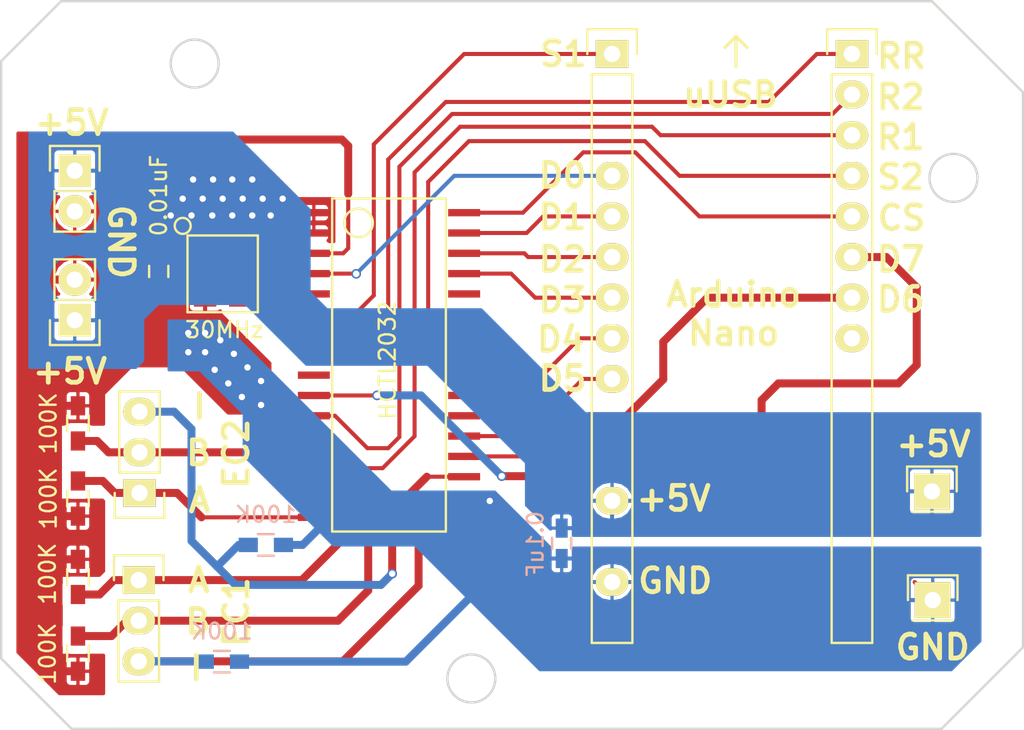
<source format=kicad_pcb>
(kicad_pcb (version 4) (host pcbnew 4.0.2-stable)

  (general
    (links 50)
    (no_connects 0)
    (area 91.724999 76.624999 155.775001 122.275001)
    (thickness 1.6)
    (drawings 50)
    (tracks 287)
    (zones 0)
    (modules 18)
    (nets 24)
  )

  (page USLetter)
  (layers
    (0 F.Cu signal)
    (31 B.Cu signal)
    (32 B.Adhes user)
    (33 F.Adhes user)
    (34 B.Paste user)
    (35 F.Paste user)
    (36 B.SilkS user)
    (37 F.SilkS user)
    (38 B.Mask user)
    (39 F.Mask user)
    (40 Dwgs.User user)
    (41 Cmts.User user)
    (42 Eco1.User user)
    (43 Eco2.User user)
    (44 Edge.Cuts user)
    (45 Margin user)
    (46 B.CrtYd user)
    (47 F.CrtYd user)
    (48 B.Fab user)
    (49 F.Fab user)
  )

  (setup
    (last_trace_width 0.25)
    (user_trace_width 0.203)
    (user_trace_width 0.254)
    (user_trace_width 0.5)
    (user_trace_width 0.75)
    (user_trace_width 1)
    (trace_clearance 0.2)
    (zone_clearance 0.508)
    (zone_45_only yes)
    (trace_min 0.2)
    (segment_width 0.2)
    (edge_width 0.15)
    (via_size 0.6)
    (via_drill 0.4)
    (via_min_size 0.4)
    (via_min_drill 0.3)
    (uvia_size 0.3)
    (uvia_drill 0.1)
    (uvias_allowed no)
    (uvia_min_size 0.2)
    (uvia_min_drill 0.1)
    (pcb_text_width 0.3)
    (pcb_text_size 1.5 1.5)
    (mod_edge_width 0.15)
    (mod_text_size 1 1)
    (mod_text_width 0.15)
    (pad_size 0.5 0.5)
    (pad_drill 0)
    (pad_to_mask_clearance 0.2)
    (solder_mask_min_width 0.2)
    (aux_axis_origin 140 100)
    (grid_origin 140 100)
    (visible_elements FFFFFF7F)
    (pcbplotparams
      (layerselection 0x010f0_80000001)
      (usegerberextensions false)
      (excludeedgelayer true)
      (linewidth 0.100000)
      (plotframeref false)
      (viasonmask false)
      (mode 1)
      (useauxorigin true)
      (hpglpennumber 1)
      (hpglpenspeed 20)
      (hpglpendiameter 15)
      (hpglpenoverlay 2)
      (psnegative false)
      (psa4output false)
      (plotreference true)
      (plotvalue true)
      (plotinvisibletext false)
      (padsonsilk false)
      (subtractmaskfromsilk false)
      (outputformat 1)
      (mirror false)
      (drillshape 0)
      (scaleselection 1)
      (outputdirectory gerber/))
  )

  (net 0 "")
  (net 1 +5V)
  (net 2 GND)
  (net 3 /D6)
  (net 4 /D5)
  (net 5 /D4)
  (net 6 /D3)
  (net 7 /D2)
  (net 8 /D1)
  (net 9 /readChSel)
  (net 10 /D0)
  (net 11 /CLK)
  (net 12 /D7)
  (net 13 /RSTCh2)
  (net 14 /RSTCH1)
  (net 15 /ch2B)
  (net 16 /ch1B)
  (net 17 /ch1A)
  (net 18 /ch2A)
  (net 19 /readSel1)
  (net 20 /readReset)
  (net 21 /readSel2)
  (net 22 /ch2I)
  (net 23 /ch1I)

  (net_class Default "This is the default net class."
    (clearance 0.2)
    (trace_width 0.25)
    (via_dia 0.6)
    (via_drill 0.4)
    (uvia_dia 0.3)
    (uvia_drill 0.1)
    (add_net +5V)
    (add_net /CLK)
    (add_net /D0)
    (add_net /D1)
    (add_net /D2)
    (add_net /D3)
    (add_net /D4)
    (add_net /D5)
    (add_net /D6)
    (add_net /D7)
    (add_net /RSTCH1)
    (add_net /RSTCh2)
    (add_net /ch1A)
    (add_net /ch1B)
    (add_net /ch1I)
    (add_net /ch2A)
    (add_net /ch2B)
    (add_net /ch2I)
    (add_net /readChSel)
    (add_net /readReset)
    (add_net /readSel1)
    (add_net /readSel2)
    (add_net GND)
  )

  (module Capacitors_SMD:C_0603_HandSoldering (layer B.Cu) (tedit 56CCE8F6) (tstamp 56CCDCE3)
    (at 126.85 110.6 270)
    (descr "Capacitor SMD 0603, hand soldering")
    (tags "capacitor 0603")
    (path /56CCDBD1)
    (attr smd)
    (fp_text reference C1 (at 0 1.9 270) (layer B.SilkS) hide
      (effects (font (size 1 1) (thickness 0.15)) (justify mirror))
    )
    (fp_text value 0.1uF (at 0.05 1.65 270) (layer B.SilkS)
      (effects (font (size 1 1) (thickness 0.15)) (justify mirror))
    )
    (fp_line (start -1.85 0.75) (end 1.85 0.75) (layer B.CrtYd) (width 0.05))
    (fp_line (start -1.85 -0.75) (end 1.85 -0.75) (layer B.CrtYd) (width 0.05))
    (fp_line (start -1.85 0.75) (end -1.85 -0.75) (layer B.CrtYd) (width 0.05))
    (fp_line (start 1.85 0.75) (end 1.85 -0.75) (layer B.CrtYd) (width 0.05))
    (fp_line (start -0.35 0.6) (end 0.35 0.6) (layer B.SilkS) (width 0.15))
    (fp_line (start 0.35 -0.6) (end -0.35 -0.6) (layer B.SilkS) (width 0.15))
    (pad 1 smd rect (at -0.95 0 270) (size 1.2 0.75) (layers B.Cu B.Paste B.Mask)
      (net 1 +5V))
    (pad 2 smd rect (at 0.95 0 270) (size 1.2 0.75) (layers B.Cu B.Paste B.Mask)
      (net 2 GND))
    (model Capacitors_SMD.3dshapes/C_0603_HandSoldering.wrl
      (at (xyz 0 0 0))
      (scale (xyz 1 1 1))
      (rotate (xyz 0 0 0))
    )
  )

  (module Capacitors_SMD:C_0603_HandSoldering (layer F.Cu) (tedit 56CCE6EE) (tstamp 56CCDCE9)
    (at 101.65 93.6 270)
    (descr "Capacitor SMD 0603, hand soldering")
    (tags "capacitor 0603")
    (path /56CCD41D)
    (attr smd)
    (fp_text reference C2 (at 4.5 0.1 270) (layer F.SilkS) hide
      (effects (font (size 1 1) (thickness 0.15)))
    )
    (fp_text value 0.01uF (at -4.75 0 270) (layer F.SilkS)
      (effects (font (size 1 1) (thickness 0.15)))
    )
    (fp_line (start -1.85 -0.75) (end 1.85 -0.75) (layer F.CrtYd) (width 0.05))
    (fp_line (start -1.85 0.75) (end 1.85 0.75) (layer F.CrtYd) (width 0.05))
    (fp_line (start -1.85 -0.75) (end -1.85 0.75) (layer F.CrtYd) (width 0.05))
    (fp_line (start 1.85 -0.75) (end 1.85 0.75) (layer F.CrtYd) (width 0.05))
    (fp_line (start -0.35 -0.6) (end 0.35 -0.6) (layer F.SilkS) (width 0.15))
    (fp_line (start 0.35 0.6) (end -0.35 0.6) (layer F.SilkS) (width 0.15))
    (pad 1 smd rect (at -0.95 0 270) (size 1.2 0.75) (layers F.Cu F.Paste F.Mask)
      (net 1 +5V))
    (pad 2 smd rect (at 0.95 0 270) (size 1.2 0.75) (layers F.Cu F.Paste F.Mask)
      (net 2 GND))
    (model Capacitors_SMD.3dshapes/C_0603_HandSoldering.wrl
      (at (xyz 0 0 0))
      (scale (xyz 1 1 1))
      (rotate (xyz 0 0 0))
    )
  )

  (module Pin_Headers:Pin_Header_Straight_1x03 (layer F.Cu) (tedit 56CCE703) (tstamp 56CCDD1C)
    (at 100.4 112.9)
    (descr "Through hole pin header")
    (tags "pin header")
    (path /56CCD6B6)
    (fp_text reference P1 (at 0 -5.1) (layer F.SilkS) hide
      (effects (font (size 1 1) (thickness 0.15)))
    )
    (fp_text value CONN_01X03 (at 0 -3.1) (layer F.Fab) hide
      (effects (font (size 1 1) (thickness 0.15)))
    )
    (fp_line (start -1.75 -1.75) (end -1.75 6.85) (layer F.CrtYd) (width 0.05))
    (fp_line (start 1.75 -1.75) (end 1.75 6.85) (layer F.CrtYd) (width 0.05))
    (fp_line (start -1.75 -1.75) (end 1.75 -1.75) (layer F.CrtYd) (width 0.05))
    (fp_line (start -1.75 6.85) (end 1.75 6.85) (layer F.CrtYd) (width 0.05))
    (fp_line (start -1.27 1.27) (end -1.27 6.35) (layer F.SilkS) (width 0.15))
    (fp_line (start -1.27 6.35) (end 1.27 6.35) (layer F.SilkS) (width 0.15))
    (fp_line (start 1.27 6.35) (end 1.27 1.27) (layer F.SilkS) (width 0.15))
    (fp_line (start 1.55 -1.55) (end 1.55 0) (layer F.SilkS) (width 0.15))
    (fp_line (start 1.27 1.27) (end -1.27 1.27) (layer F.SilkS) (width 0.15))
    (fp_line (start -1.55 0) (end -1.55 -1.55) (layer F.SilkS) (width 0.15))
    (fp_line (start -1.55 -1.55) (end 1.55 -1.55) (layer F.SilkS) (width 0.15))
    (pad 1 thru_hole rect (at 0 0) (size 2.032 1.7272) (drill 1.016) (layers *.Cu *.Mask F.SilkS)
      (net 17 /ch1A))
    (pad 2 thru_hole oval (at 0 2.54) (size 2.032 1.7272) (drill 1.016) (layers *.Cu *.Mask F.SilkS)
      (net 16 /ch1B))
    (pad 3 thru_hole oval (at 0 5.08) (size 2.032 1.7272) (drill 1.016) (layers *.Cu *.Mask F.SilkS)
      (net 23 /ch1I))
    (model Pin_Headers.3dshapes/Pin_Header_Straight_1x03.wrl
      (at (xyz 0 -0.1 0))
      (scale (xyz 1 1 1))
      (rotate (xyz 0 0 90))
    )
  )

  (module Pin_Headers:Pin_Header_Straight_1x03 (layer F.Cu) (tedit 56CCE6FC) (tstamp 56CCDD23)
    (at 100.45 107.45 180)
    (descr "Through hole pin header")
    (tags "pin header")
    (path /56CCD73F)
    (fp_text reference P2 (at 0 -5.1 180) (layer F.SilkS) hide
      (effects (font (size 1 1) (thickness 0.15)))
    )
    (fp_text value CONN_01X03 (at 0 -3.1 180) (layer F.Fab) hide
      (effects (font (size 1 1) (thickness 0.15)))
    )
    (fp_line (start -1.75 -1.75) (end -1.75 6.85) (layer F.CrtYd) (width 0.05))
    (fp_line (start 1.75 -1.75) (end 1.75 6.85) (layer F.CrtYd) (width 0.05))
    (fp_line (start -1.75 -1.75) (end 1.75 -1.75) (layer F.CrtYd) (width 0.05))
    (fp_line (start -1.75 6.85) (end 1.75 6.85) (layer F.CrtYd) (width 0.05))
    (fp_line (start -1.27 1.27) (end -1.27 6.35) (layer F.SilkS) (width 0.15))
    (fp_line (start -1.27 6.35) (end 1.27 6.35) (layer F.SilkS) (width 0.15))
    (fp_line (start 1.27 6.35) (end 1.27 1.27) (layer F.SilkS) (width 0.15))
    (fp_line (start 1.55 -1.55) (end 1.55 0) (layer F.SilkS) (width 0.15))
    (fp_line (start 1.27 1.27) (end -1.27 1.27) (layer F.SilkS) (width 0.15))
    (fp_line (start -1.55 0) (end -1.55 -1.55) (layer F.SilkS) (width 0.15))
    (fp_line (start -1.55 -1.55) (end 1.55 -1.55) (layer F.SilkS) (width 0.15))
    (pad 1 thru_hole rect (at 0 0 180) (size 2.032 1.7272) (drill 1.016) (layers *.Cu *.Mask F.SilkS)
      (net 18 /ch2A))
    (pad 2 thru_hole oval (at 0 2.54 180) (size 2.032 1.7272) (drill 1.016) (layers *.Cu *.Mask F.SilkS)
      (net 15 /ch2B))
    (pad 3 thru_hole oval (at 0 5.08 180) (size 2.032 1.7272) (drill 1.016) (layers *.Cu *.Mask F.SilkS)
      (net 22 /ch2I))
    (model Pin_Headers.3dshapes/Pin_Header_Straight_1x03.wrl
      (at (xyz 0 -0.1 0))
      (scale (xyz 1 1 1))
      (rotate (xyz 0 0 90))
    )
  )

  (module Pin_Headers:Pin_Header_Straight_1x15 (layer F.Cu) (tedit 56DE1A50) (tstamp 56CCDD36)
    (at 130 80)
    (descr "Through hole pin header")
    (tags "pin header")
    (path /56C8BBD3)
    (fp_text reference P3 (at 0 -5.1) (layer F.SilkS) hide
      (effects (font (size 1 1) (thickness 0.15)))
    )
    (fp_text value CONN_01X15 (at 0 -3.1) (layer F.Fab) hide
      (effects (font (size 1 1) (thickness 0.15)))
    )
    (fp_line (start -1.75 -1.75) (end -1.75 37.35) (layer F.CrtYd) (width 0.05))
    (fp_line (start 1.75 -1.75) (end 1.75 37.35) (layer F.CrtYd) (width 0.05))
    (fp_line (start -1.75 -1.75) (end 1.75 -1.75) (layer F.CrtYd) (width 0.05))
    (fp_line (start -1.75 37.35) (end 1.75 37.35) (layer F.CrtYd) (width 0.05))
    (fp_line (start -1.27 1.27) (end -1.27 36.83) (layer F.SilkS) (width 0.15))
    (fp_line (start -1.27 36.83) (end 1.27 36.83) (layer F.SilkS) (width 0.15))
    (fp_line (start 1.27 36.83) (end 1.27 1.27) (layer F.SilkS) (width 0.15))
    (fp_line (start 1.55 -1.55) (end 1.55 0) (layer F.SilkS) (width 0.15))
    (fp_line (start 1.27 1.27) (end -1.27 1.27) (layer F.SilkS) (width 0.15))
    (fp_line (start -1.55 0) (end -1.55 -1.55) (layer F.SilkS) (width 0.15))
    (fp_line (start -1.55 -1.55) (end 1.55 -1.55) (layer F.SilkS) (width 0.15))
    (pad 1 thru_hole rect (at 0 0) (size 2.032 1.7272) (drill 1.016) (layers *.Cu *.Mask F.SilkS)
      (net 19 /readSel1))
    (pad 2 smd circle (at 0 2.54) (size 0.5 0.5) (layers Dwgs.User))
    (pad 3 smd circle (at 0 5.08) (size 0.5 0.5) (layers Dwgs.User))
    (pad 4 thru_hole oval (at 0 7.62) (size 2.032 1.7272) (drill 1.016) (layers *.Cu *.Mask F.SilkS)
      (net 10 /D0))
    (pad 5 thru_hole oval (at 0 10.16) (size 2.032 1.7272) (drill 1.016) (layers *.Cu *.Mask F.SilkS)
      (net 8 /D1))
    (pad 6 thru_hole oval (at 0 12.7) (size 2.032 1.7272) (drill 1.016) (layers *.Cu *.Mask F.SilkS)
      (net 7 /D2))
    (pad 7 thru_hole oval (at 0 15.24) (size 2.032 1.7272) (drill 1.016) (layers *.Cu *.Mask F.SilkS)
      (net 6 /D3))
    (pad 8 thru_hole oval (at 0 17.78) (size 2.032 1.7272) (drill 1.016) (layers *.Cu *.Mask F.SilkS)
      (net 5 /D4))
    (pad 9 thru_hole oval (at 0 20.32) (size 2.032 1.7272) (drill 1.016) (layers *.Cu *.Mask F.SilkS)
      (net 4 /D5))
    (pad 10 smd circle (at 0 22.86) (size 0.5 0.5) (layers Dwgs.User))
    (pad 11 smd circle (at 0 25.4) (size 0.5 0.5) (layers Dwgs.User))
    (pad 12 thru_hole oval (at 0 27.94) (size 2.032 1.7272) (drill 1.016) (layers *.Cu *.Mask F.SilkS)
      (net 1 +5V))
    (pad 13 smd circle (at 0 30.48) (size 0.5 0.5) (layers Dwgs.User))
    (pad 14 thru_hole oval (at 0 33.02) (size 2.032 1.7272) (drill 1.016) (layers *.Cu *.Mask F.SilkS)
      (net 2 GND))
    (pad 15 smd circle (at 0 35.56) (size 0.5 0.5) (layers Dwgs.User))
    (model Pin_Headers.3dshapes/Pin_Header_Straight_1x15.wrl
      (at (xyz 0 -0.7 0))
      (scale (xyz 1 1 1))
      (rotate (xyz 0 0 90))
    )
  )

  (module Pin_Headers:Pin_Header_Straight_1x15 (layer F.Cu) (tedit 56DE1A45) (tstamp 56CCDD49)
    (at 145 80)
    (descr "Through hole pin header")
    (tags "pin header")
    (path /56C8BCED)
    (fp_text reference P4 (at 0 -5.1) (layer F.SilkS) hide
      (effects (font (size 1 1) (thickness 0.15)))
    )
    (fp_text value CONN_01X15 (at 0 -3.1) (layer F.Fab) hide
      (effects (font (size 1 1) (thickness 0.15)))
    )
    (fp_line (start -1.75 -1.75) (end -1.75 37.35) (layer F.CrtYd) (width 0.05))
    (fp_line (start 1.75 -1.75) (end 1.75 37.35) (layer F.CrtYd) (width 0.05))
    (fp_line (start -1.75 -1.75) (end 1.75 -1.75) (layer F.CrtYd) (width 0.05))
    (fp_line (start -1.75 37.35) (end 1.75 37.35) (layer F.CrtYd) (width 0.05))
    (fp_line (start -1.27 1.27) (end -1.27 36.83) (layer F.SilkS) (width 0.15))
    (fp_line (start -1.27 36.83) (end 1.27 36.83) (layer F.SilkS) (width 0.15))
    (fp_line (start 1.27 36.83) (end 1.27 1.27) (layer F.SilkS) (width 0.15))
    (fp_line (start 1.55 -1.55) (end 1.55 0) (layer F.SilkS) (width 0.15))
    (fp_line (start 1.27 1.27) (end -1.27 1.27) (layer F.SilkS) (width 0.15))
    (fp_line (start -1.55 0) (end -1.55 -1.55) (layer F.SilkS) (width 0.15))
    (fp_line (start -1.55 -1.55) (end 1.55 -1.55) (layer F.SilkS) (width 0.15))
    (pad 1 thru_hole rect (at 0 0) (size 2.032 1.7272) (drill 1.016) (layers *.Cu *.Mask F.SilkS)
      (net 20 /readReset))
    (pad 2 thru_hole oval (at 0 2.54) (size 2.032 1.7272) (drill 1.016) (layers *.Cu *.Mask F.SilkS)
      (net 13 /RSTCh2))
    (pad 3 thru_hole oval (at 0 5.08) (size 2.032 1.7272) (drill 1.016) (layers *.Cu *.Mask F.SilkS)
      (net 14 /RSTCH1))
    (pad 4 thru_hole oval (at 0 7.62) (size 2.032 1.7272) (drill 1.016) (layers *.Cu *.Mask F.SilkS)
      (net 21 /readSel2))
    (pad 5 thru_hole oval (at 0 10.16) (size 2.032 1.7272) (drill 1.016) (layers *.Cu *.Mask F.SilkS)
      (net 9 /readChSel))
    (pad 6 thru_hole oval (at 0 12.7) (size 2.032 1.7272) (drill 1.016) (layers *.Cu *.Mask F.SilkS)
      (net 12 /D7))
    (pad 7 thru_hole oval (at 0 15.24) (size 2.032 1.7272) (drill 1.016) (layers *.Cu *.Mask F.SilkS)
      (net 3 /D6))
    (pad 8 thru_hole oval (at 0 17.78) (size 2.032 1.7272) (drill 1.016) (layers *.Cu *.Mask F.SilkS))
    (pad 9 smd circle (at 0 20.32) (size 0.5 0.5) (layers Dwgs.User))
    (pad 10 smd circle (at 0 22.86) (size 0.5 0.5) (layers Dwgs.User))
    (pad 11 smd circle (at 0 25.4) (size 0.5 0.5) (layers Dwgs.User))
    (pad 12 smd circle (at 0 27.94) (size 0.5 0.5) (layers Dwgs.User))
    (pad 13 smd circle (at 0 30.48) (size 0.5 0.5) (layers Dwgs.User))
    (pad 14 smd circle (at 0 33.02) (size 0.5 0.5) (layers Dwgs.User))
    (pad 15 smd circle (at 0 35.56) (size 0.5 0.5) (layers Dwgs.User))
    (model Pin_Headers.3dshapes/Pin_Header_Straight_1x15.wrl
      (at (xyz 0 -0.7 0))
      (scale (xyz 1 1 1))
      (rotate (xyz 0 0 90))
    )
  )

  (module Pin_Headers:Pin_Header_Straight_1x01 (layer F.Cu) (tedit 56CCE76C) (tstamp 56CCDD4E)
    (at 150 107.35)
    (descr "Through hole pin header")
    (tags "pin header")
    (path /56CCE3EB)
    (fp_text reference P5 (at 0 -5.1) (layer F.SilkS) hide
      (effects (font (size 1 1) (thickness 0.15)))
    )
    (fp_text value CONN_01X01 (at 0 -3.1) (layer F.Fab) hide
      (effects (font (size 1 1) (thickness 0.15)))
    )
    (fp_line (start 1.55 -1.55) (end 1.55 0) (layer F.SilkS) (width 0.15))
    (fp_line (start -1.75 -1.75) (end -1.75 1.75) (layer F.CrtYd) (width 0.05))
    (fp_line (start 1.75 -1.75) (end 1.75 1.75) (layer F.CrtYd) (width 0.05))
    (fp_line (start -1.75 -1.75) (end 1.75 -1.75) (layer F.CrtYd) (width 0.05))
    (fp_line (start -1.75 1.75) (end 1.75 1.75) (layer F.CrtYd) (width 0.05))
    (fp_line (start -1.55 0) (end -1.55 -1.55) (layer F.SilkS) (width 0.15))
    (fp_line (start -1.55 -1.55) (end 1.55 -1.55) (layer F.SilkS) (width 0.15))
    (fp_line (start -1.27 1.27) (end 1.27 1.27) (layer F.SilkS) (width 0.15))
    (pad 1 thru_hole rect (at 0 0) (size 2.2352 2.2352) (drill 1.016) (layers *.Cu *.Mask F.SilkS)
      (net 1 +5V))
    (model Pin_Headers.3dshapes/Pin_Header_Straight_1x01.wrl
      (at (xyz 0 0 0))
      (scale (xyz 1 1 1))
      (rotate (xyz 0 0 90))
    )
  )

  (module Pin_Headers:Pin_Header_Straight_1x01 (layer F.Cu) (tedit 56CCE771) (tstamp 56CCDD53)
    (at 150.05 114.15)
    (descr "Through hole pin header")
    (tags "pin header")
    (path /56CCE433)
    (fp_text reference P6 (at 0 -5.1) (layer F.SilkS) hide
      (effects (font (size 1 1) (thickness 0.15)))
    )
    (fp_text value CONN_01X01 (at 0 -3.1) (layer F.Fab) hide
      (effects (font (size 1 1) (thickness 0.15)))
    )
    (fp_line (start 1.55 -1.55) (end 1.55 0) (layer F.SilkS) (width 0.15))
    (fp_line (start -1.75 -1.75) (end -1.75 1.75) (layer F.CrtYd) (width 0.05))
    (fp_line (start 1.75 -1.75) (end 1.75 1.75) (layer F.CrtYd) (width 0.05))
    (fp_line (start -1.75 -1.75) (end 1.75 -1.75) (layer F.CrtYd) (width 0.05))
    (fp_line (start -1.75 1.75) (end 1.75 1.75) (layer F.CrtYd) (width 0.05))
    (fp_line (start -1.55 0) (end -1.55 -1.55) (layer F.SilkS) (width 0.15))
    (fp_line (start -1.55 -1.55) (end 1.55 -1.55) (layer F.SilkS) (width 0.15))
    (fp_line (start -1.27 1.27) (end 1.27 1.27) (layer F.SilkS) (width 0.15))
    (pad 1 thru_hole rect (at 0 0) (size 2.2352 2.2352) (drill 1.016) (layers *.Cu *.Mask F.SilkS)
      (net 2 GND))
    (model Pin_Headers.3dshapes/Pin_Header_Straight_1x01.wrl
      (at (xyz 0 0 0))
      (scale (xyz 1 1 1))
      (rotate (xyz 0 0 90))
    )
  )

  (module additional_ics:oscillator_3.2x5mm (layer F.Cu) (tedit 56CCE6D5) (tstamp 56CCE3F4)
    (at 105.65 93.75 270)
    (path /56C8DF35)
    (fp_text reference OSC1 (at -2.15 -3.45 270) (layer F.SilkS) hide
      (effects (font (size 1 1) (thickness 0.15)))
    )
    (fp_text value 30MHz (at 3.5 -0.1 360) (layer F.SilkS)
      (effects (font (size 1 1) (thickness 0.15)))
    )
    (fp_circle (center -3 2.5) (end -2.6 2.8) (layer F.SilkS) (width 0.15))
    (fp_line (start 2.4 -2.2) (end -2.4 -2.2) (layer F.SilkS) (width 0.15))
    (fp_line (start -2.4 -2.2) (end -2.4 2.2) (layer F.SilkS) (width 0.15))
    (fp_line (start -2.4 2.2) (end 2.4 2.2) (layer F.SilkS) (width 0.15))
    (fp_line (start 2.4 2.2) (end 2.4 -2.2) (layer F.SilkS) (width 0.15))
    (pad 1 smd rect (at -1.25 1.1 270) (size 1.6 1.4) (layers F.Cu F.Paste F.Mask)
      (net 1 +5V))
    (pad 2 smd rect (at 1.25 1.1 270) (size 1.6 1.4) (layers F.Cu F.Paste F.Mask)
      (net 2 GND))
    (pad 3 smd rect (at 1.25 -1.1 270) (size 1.6 1.4) (layers F.Cu F.Paste F.Mask)
      (net 11 /CLK))
    (pad 4 smd rect (at -1.25 -1.1 270) (size 1.6 1.4) (layers F.Cu F.Paste F.Mask)
      (net 1 +5V))
  )

  (module Resistors_SMD:R_0603_HandSoldering (layer B.Cu) (tedit 56DE17F0) (tstamp 56DDFFCA)
    (at 105.6 118)
    (descr "Resistor SMD 0603, hand soldering")
    (tags "resistor 0603")
    (path /56DE03D0)
    (attr smd)
    (fp_text reference R1 (at 0 1.9) (layer B.SilkS) hide
      (effects (font (size 1 1) (thickness 0.15)) (justify mirror))
    )
    (fp_text value 100K (at 0 -1.9) (layer B.SilkS)
      (effects (font (size 1 1) (thickness 0.15)) (justify mirror))
    )
    (fp_line (start -2 0.8) (end 2 0.8) (layer B.CrtYd) (width 0.05))
    (fp_line (start -2 -0.8) (end 2 -0.8) (layer B.CrtYd) (width 0.05))
    (fp_line (start -2 0.8) (end -2 -0.8) (layer B.CrtYd) (width 0.05))
    (fp_line (start 2 0.8) (end 2 -0.8) (layer B.CrtYd) (width 0.05))
    (fp_line (start 0.5 -0.675) (end -0.5 -0.675) (layer B.SilkS) (width 0.15))
    (fp_line (start -0.5 0.675) (end 0.5 0.675) (layer B.SilkS) (width 0.15))
    (pad 1 smd rect (at -1.1 0) (size 1.2 0.9) (layers B.Cu B.Paste B.Mask)
      (net 23 /ch1I))
    (pad 2 smd rect (at 1.1 0) (size 1.2 0.9) (layers B.Cu B.Paste B.Mask)
      (net 2 GND))
    (model Resistors_SMD.3dshapes/R_0603_HandSoldering.wrl
      (at (xyz 0 0 0))
      (scale (xyz 1 1 1))
      (rotate (xyz 0 0 0))
    )
  )

  (module Resistors_SMD:R_0603_HandSoldering (layer B.Cu) (tedit 56DE17E4) (tstamp 56DDFFD0)
    (at 108.35 110.7)
    (descr "Resistor SMD 0603, hand soldering")
    (tags "resistor 0603")
    (path /56DE0267)
    (attr smd)
    (fp_text reference R2 (at 0 1.9 90) (layer B.SilkS) hide
      (effects (font (size 1 1) (thickness 0.15)) (justify mirror))
    )
    (fp_text value 100K (at 0 -1.9) (layer B.SilkS)
      (effects (font (size 1 1) (thickness 0.15)) (justify mirror))
    )
    (fp_line (start -2 0.8) (end 2 0.8) (layer B.CrtYd) (width 0.05))
    (fp_line (start -2 -0.8) (end 2 -0.8) (layer B.CrtYd) (width 0.05))
    (fp_line (start -2 0.8) (end -2 -0.8) (layer B.CrtYd) (width 0.05))
    (fp_line (start 2 0.8) (end 2 -0.8) (layer B.CrtYd) (width 0.05))
    (fp_line (start 0.5 -0.675) (end -0.5 -0.675) (layer B.SilkS) (width 0.15))
    (fp_line (start -0.5 0.675) (end 0.5 0.675) (layer B.SilkS) (width 0.15))
    (pad 1 smd rect (at -1.1 0) (size 1.2 0.9) (layers B.Cu B.Paste B.Mask)
      (net 22 /ch2I))
    (pad 2 smd rect (at 1.1 0) (size 1.2 0.9) (layers B.Cu B.Paste B.Mask)
      (net 2 GND))
    (model Resistors_SMD.3dshapes/R_0603_HandSoldering.wrl
      (at (xyz 0 0 0))
      (scale (xyz 1 1 1))
      (rotate (xyz 0 0 0))
    )
  )

  (module Pin_Headers:Pin_Header_Straight_1x02 (layer F.Cu) (tedit 56DE08C8) (tstamp 56DE0376)
    (at 96.4 96.65 180)
    (descr "Through hole pin header")
    (tags "pin header")
    (path /56DE0DDC)
    (fp_text reference P7 (at 0 -5.1 180) (layer F.SilkS) hide
      (effects (font (size 1 1) (thickness 0.15)))
    )
    (fp_text value CONN_01X02 (at 0 -3.1 180) (layer F.Fab) hide
      (effects (font (size 1 1) (thickness 0.15)))
    )
    (fp_line (start 1.27 1.27) (end 1.27 3.81) (layer F.SilkS) (width 0.15))
    (fp_line (start 1.55 -1.55) (end 1.55 0) (layer F.SilkS) (width 0.15))
    (fp_line (start -1.75 -1.75) (end -1.75 4.3) (layer F.CrtYd) (width 0.05))
    (fp_line (start 1.75 -1.75) (end 1.75 4.3) (layer F.CrtYd) (width 0.05))
    (fp_line (start -1.75 -1.75) (end 1.75 -1.75) (layer F.CrtYd) (width 0.05))
    (fp_line (start -1.75 4.3) (end 1.75 4.3) (layer F.CrtYd) (width 0.05))
    (fp_line (start 1.27 1.27) (end -1.27 1.27) (layer F.SilkS) (width 0.15))
    (fp_line (start -1.55 0) (end -1.55 -1.55) (layer F.SilkS) (width 0.15))
    (fp_line (start -1.55 -1.55) (end 1.55 -1.55) (layer F.SilkS) (width 0.15))
    (fp_line (start -1.27 1.27) (end -1.27 3.81) (layer F.SilkS) (width 0.15))
    (fp_line (start -1.27 3.81) (end 1.27 3.81) (layer F.SilkS) (width 0.15))
    (pad 1 thru_hole rect (at 0 0 180) (size 2.032 2.032) (drill 1.016) (layers *.Cu *.Mask F.SilkS)
      (net 1 +5V))
    (pad 2 thru_hole oval (at 0 2.54 180) (size 2.032 2.032) (drill 1.016) (layers *.Cu *.Mask F.SilkS)
      (net 2 GND))
    (model Pin_Headers.3dshapes/Pin_Header_Straight_1x02.wrl
      (at (xyz 0 -0.05 0))
      (scale (xyz 1 1 1))
      (rotate (xyz 0 0 90))
    )
  )

  (module Pin_Headers:Pin_Header_Straight_1x02 (layer F.Cu) (tedit 56DE08BF) (tstamp 56DE037C)
    (at 96.4 87.3)
    (descr "Through hole pin header")
    (tags "pin header")
    (path /56DE1018)
    (fp_text reference P8 (at 0 -5.1) (layer F.SilkS) hide
      (effects (font (size 1 1) (thickness 0.15)))
    )
    (fp_text value CONN_01X02 (at 0 -3.1) (layer F.Fab) hide
      (effects (font (size 1 1) (thickness 0.15)))
    )
    (fp_line (start 1.27 1.27) (end 1.27 3.81) (layer F.SilkS) (width 0.15))
    (fp_line (start 1.55 -1.55) (end 1.55 0) (layer F.SilkS) (width 0.15))
    (fp_line (start -1.75 -1.75) (end -1.75 4.3) (layer F.CrtYd) (width 0.05))
    (fp_line (start 1.75 -1.75) (end 1.75 4.3) (layer F.CrtYd) (width 0.05))
    (fp_line (start -1.75 -1.75) (end 1.75 -1.75) (layer F.CrtYd) (width 0.05))
    (fp_line (start -1.75 4.3) (end 1.75 4.3) (layer F.CrtYd) (width 0.05))
    (fp_line (start 1.27 1.27) (end -1.27 1.27) (layer F.SilkS) (width 0.15))
    (fp_line (start -1.55 0) (end -1.55 -1.55) (layer F.SilkS) (width 0.15))
    (fp_line (start -1.55 -1.55) (end 1.55 -1.55) (layer F.SilkS) (width 0.15))
    (fp_line (start -1.27 1.27) (end -1.27 3.81) (layer F.SilkS) (width 0.15))
    (fp_line (start -1.27 3.81) (end 1.27 3.81) (layer F.SilkS) (width 0.15))
    (pad 1 thru_hole rect (at 0 0) (size 2.032 2.032) (drill 1.016) (layers *.Cu *.Mask F.SilkS)
      (net 1 +5V))
    (pad 2 thru_hole oval (at 0 2.54) (size 2.032 2.032) (drill 1.016) (layers *.Cu *.Mask F.SilkS)
      (net 2 GND))
    (model Pin_Headers.3dshapes/Pin_Header_Straight_1x02.wrl
      (at (xyz 0 -0.05 0))
      (scale (xyz 1 1 1))
      (rotate (xyz 0 0 90))
    )
  )

  (module Resistors_SMD:R_0603_HandSoldering (layer F.Cu) (tedit 56DE1802) (tstamp 56DE0C04)
    (at 96.6 112.7 90)
    (descr "Resistor SMD 0603, hand soldering")
    (tags "resistor 0603")
    (path /56DE1841)
    (attr smd)
    (fp_text reference R3 (at 0 -1.9 90) (layer F.SilkS) hide
      (effects (font (size 1 1) (thickness 0.15)))
    )
    (fp_text value 100K (at 0.2 -1.9 90) (layer F.SilkS)
      (effects (font (size 1 1) (thickness 0.15)))
    )
    (fp_line (start -2 -0.8) (end 2 -0.8) (layer F.CrtYd) (width 0.05))
    (fp_line (start -2 0.8) (end 2 0.8) (layer F.CrtYd) (width 0.05))
    (fp_line (start -2 -0.8) (end -2 0.8) (layer F.CrtYd) (width 0.05))
    (fp_line (start 2 -0.8) (end 2 0.8) (layer F.CrtYd) (width 0.05))
    (fp_line (start 0.5 0.675) (end -0.5 0.675) (layer F.SilkS) (width 0.15))
    (fp_line (start -0.5 -0.675) (end 0.5 -0.675) (layer F.SilkS) (width 0.15))
    (pad 1 smd rect (at -1.1 0 90) (size 1.2 0.9) (layers F.Cu F.Paste F.Mask)
      (net 17 /ch1A))
    (pad 2 smd rect (at 1.1 0 90) (size 1.2 0.9) (layers F.Cu F.Paste F.Mask)
      (net 2 GND))
    (model Resistors_SMD.3dshapes/R_0603_HandSoldering.wrl
      (at (xyz 0 0 0))
      (scale (xyz 1 1 1))
      (rotate (xyz 0 0 0))
    )
  )

  (module Resistors_SMD:R_0603_HandSoldering (layer F.Cu) (tedit 56DE17F6) (tstamp 56DE0C0A)
    (at 96.6 117.5 270)
    (descr "Resistor SMD 0603, hand soldering")
    (tags "resistor 0603")
    (path /56DE18B4)
    (attr smd)
    (fp_text reference R4 (at 0 -1.9 270) (layer F.SilkS) hide
      (effects (font (size 1 1) (thickness 0.15)))
    )
    (fp_text value 100K (at 0 1.9 270) (layer F.SilkS)
      (effects (font (size 1 1) (thickness 0.15)))
    )
    (fp_line (start -2 -0.8) (end 2 -0.8) (layer F.CrtYd) (width 0.05))
    (fp_line (start -2 0.8) (end 2 0.8) (layer F.CrtYd) (width 0.05))
    (fp_line (start -2 -0.8) (end -2 0.8) (layer F.CrtYd) (width 0.05))
    (fp_line (start 2 -0.8) (end 2 0.8) (layer F.CrtYd) (width 0.05))
    (fp_line (start 0.5 0.675) (end -0.5 0.675) (layer F.SilkS) (width 0.15))
    (fp_line (start -0.5 -0.675) (end 0.5 -0.675) (layer F.SilkS) (width 0.15))
    (pad 1 smd rect (at -1.1 0 270) (size 1.2 0.9) (layers F.Cu F.Paste F.Mask)
      (net 16 /ch1B))
    (pad 2 smd rect (at 1.1 0 270) (size 1.2 0.9) (layers F.Cu F.Paste F.Mask)
      (net 2 GND))
    (model Resistors_SMD.3dshapes/R_0603_HandSoldering.wrl
      (at (xyz 0 0 0))
      (scale (xyz 1 1 1))
      (rotate (xyz 0 0 0))
    )
  )

  (module Resistors_SMD:R_0603_HandSoldering (layer F.Cu) (tedit 56DE1807) (tstamp 56DE0C10)
    (at 96.6 107.8 270)
    (descr "Resistor SMD 0603, hand soldering")
    (tags "resistor 0603")
    (path /56DE1519)
    (attr smd)
    (fp_text reference R5 (at 0 -1.9 270) (layer F.SilkS) hide
      (effects (font (size 1 1) (thickness 0.15)))
    )
    (fp_text value 100K (at 0 1.85 270) (layer F.SilkS)
      (effects (font (size 1 1) (thickness 0.15)))
    )
    (fp_line (start -2 -0.8) (end 2 -0.8) (layer F.CrtYd) (width 0.05))
    (fp_line (start -2 0.8) (end 2 0.8) (layer F.CrtYd) (width 0.05))
    (fp_line (start -2 -0.8) (end -2 0.8) (layer F.CrtYd) (width 0.05))
    (fp_line (start 2 -0.8) (end 2 0.8) (layer F.CrtYd) (width 0.05))
    (fp_line (start 0.5 0.675) (end -0.5 0.675) (layer F.SilkS) (width 0.15))
    (fp_line (start -0.5 -0.675) (end 0.5 -0.675) (layer F.SilkS) (width 0.15))
    (pad 1 smd rect (at -1.1 0 270) (size 1.2 0.9) (layers F.Cu F.Paste F.Mask)
      (net 18 /ch2A))
    (pad 2 smd rect (at 1.1 0 270) (size 1.2 0.9) (layers F.Cu F.Paste F.Mask)
      (net 2 GND))
    (model Resistors_SMD.3dshapes/R_0603_HandSoldering.wrl
      (at (xyz 0 0 0))
      (scale (xyz 1 1 1))
      (rotate (xyz 0 0 0))
    )
  )

  (module Resistors_SMD:R_0603_HandSoldering (layer F.Cu) (tedit 56DE180E) (tstamp 56DE0C16)
    (at 96.6 103.1 90)
    (descr "Resistor SMD 0603, hand soldering")
    (tags "resistor 0603")
    (path /56DE159F)
    (attr smd)
    (fp_text reference R6 (at 0 -1.9 90) (layer F.SilkS) hide
      (effects (font (size 1 1) (thickness 0.15)))
    )
    (fp_text value 100K (at 0 -1.85 90) (layer F.SilkS)
      (effects (font (size 1 1) (thickness 0.15)))
    )
    (fp_line (start -2 -0.8) (end 2 -0.8) (layer F.CrtYd) (width 0.05))
    (fp_line (start -2 0.8) (end 2 0.8) (layer F.CrtYd) (width 0.05))
    (fp_line (start -2 -0.8) (end -2 0.8) (layer F.CrtYd) (width 0.05))
    (fp_line (start 2 -0.8) (end 2 0.8) (layer F.CrtYd) (width 0.05))
    (fp_line (start 0.5 0.675) (end -0.5 0.675) (layer F.SilkS) (width 0.15))
    (fp_line (start -0.5 -0.675) (end 0.5 -0.675) (layer F.SilkS) (width 0.15))
    (pad 1 smd rect (at -1.1 0 90) (size 1.2 0.9) (layers F.Cu F.Paste F.Mask)
      (net 15 /ch2B))
    (pad 2 smd rect (at 1.1 0 90) (size 1.2 0.9) (layers F.Cu F.Paste F.Mask)
      (net 2 GND))
    (model Resistors_SMD.3dshapes/R_0603_HandSoldering.wrl
      (at (xyz 0 0 0))
      (scale (xyz 1 1 1))
      (rotate (xyz 0 0 0))
    )
  )

  (module additional_ics:SOJ-32_hand_soldering (layer F.Cu) (tedit 56DEF1E2) (tstamp 56CCDD0D)
    (at 116.05 99.45 270)
    (descr "Module CMS SOJ 32 pins")
    (tags "CMS SOJ")
    (path /56C8BB28)
    (attr smd)
    (fp_text reference HC1 (at 0 1.905 270) (layer F.SilkS) hide
      (effects (font (size 1 1) (thickness 0.15)))
    )
    (fp_text value HCTL2032 (at -0.3 0.1 270) (layer F.SilkS)
      (effects (font (size 1 1) (thickness 0.15)))
    )
    (fp_circle (center -8.89 1.905) (end -9.525 1.27) (layer F.SilkS) (width 0.15))
    (fp_line (start -10.414 3.556) (end -10.414 -3.556) (layer F.SilkS) (width 0.15))
    (fp_line (start -10.414 -3.556) (end 10.414 -3.556) (layer F.SilkS) (width 0.15))
    (fp_line (start 10.414 -3.556) (end 10.414 3.556) (layer F.SilkS) (width 0.15))
    (fp_line (start 10.414 3.556) (end -10.414 3.556) (layer F.SilkS) (width 0.15))
    (pad 20 smd rect (at 5.715 -4.699 270) (size 0.4572 2) (layers F.Cu F.Paste F.Mask)
      (net 3 /D6))
    (pad 21 smd rect (at 4.445 -4.699 270) (size 0.4572 2) (layers F.Cu F.Paste F.Mask)
      (net 4 /D5))
    (pad 22 smd rect (at 3.175 -4.699 270) (size 0.4572 2) (layers F.Cu F.Paste F.Mask)
      (net 5 /D4))
    (pad 23 smd rect (at 1.905 -4.699 270) (size 0.4572 2) (layers F.Cu F.Paste F.Mask))
    (pad 24 smd rect (at 0.635 -4.699 270) (size 0.4572 2) (layers F.Cu F.Paste F.Mask))
    (pad 28 smd rect (at -4.445 -4.699 270) (size 0.4572 2) (layers F.Cu F.Paste F.Mask))
    (pad 29 smd rect (at -5.715 -4.699 270) (size 0.4572 2) (layers F.Cu F.Paste F.Mask)
      (net 6 /D3))
    (pad 30 smd rect (at -6.985 -4.699 270) (size 0.4572 2) (layers F.Cu F.Paste F.Mask)
      (net 7 /D2))
    (pad 31 smd rect (at -8.255 -4.699 270) (size 0.4572 2) (layers F.Cu F.Paste F.Mask)
      (net 8 /D1))
    (pad 32 smd rect (at -9.525 -4.699 270) (size 0.4572 2) (layers F.Cu F.Paste F.Mask)
      (net 9 /readChSel))
    (pad 1 smd rect (at -9.525 4.699 270) (size 0.4572 2) (layers F.Cu F.Paste F.Mask)
      (net 1 +5V))
    (pad 2 smd rect (at -8.255 4.699 270) (size 0.4572 2) (layers F.Cu F.Paste F.Mask)
      (net 1 +5V))
    (pad 3 smd rect (at -6.985 4.699 270) (size 0.4572 2) (layers F.Cu F.Paste F.Mask)
      (net 2 GND))
    (pad 4 smd rect (at -5.715 4.699 270) (size 0.4572 2) (layers F.Cu F.Paste F.Mask)
      (net 10 /D0))
    (pad 5 smd rect (at -4.445 4.699 270) (size 0.4572 2) (layers F.Cu F.Paste F.Mask)
      (net 11 /CLK))
    (pad 9 smd rect (at 0.635 4.699 270) (size 0.4572 2) (layers F.Cu F.Paste F.Mask))
    (pad 10 smd rect (at 1.905 4.699 270) (size 0.4572 2) (layers F.Cu F.Paste F.Mask)
      (net 12 /D7))
    (pad 11 smd rect (at 3.175 4.699 270) (size 0.4572 2) (layers F.Cu F.Paste F.Mask)
      (net 13 /RSTCh2))
    (pad 12 smd rect (at 4.445 4.699 270) (size 0.4572 2) (layers F.Cu F.Paste F.Mask)
      (net 14 /RSTCH1))
    (pad 13 smd rect (at 5.715 4.699 270) (size 0.4572 2) (layers F.Cu F.Paste F.Mask)
      (net 15 /ch2B))
    (pad 14 smd rect (at 6.985 4.699 270) (size 0.4572 2) (layers F.Cu F.Paste F.Mask)
      (net 16 /ch1B))
    (pad 15 smd rect (at 8.255 4.699 270) (size 0.4572 2) (layers F.Cu F.Paste F.Mask)
      (net 17 /ch1A))
    (pad 16 smd rect (at 9.525 4.699 270) (size 0.4572 2) (layers F.Cu F.Paste F.Mask)
      (net 18 /ch2A))
    (pad 6 smd rect (at -3.175 4.699 270) (size 0.4572 2) (layers F.Cu F.Paste F.Mask)
      (net 19 /readSel1))
    (pad 7 smd rect (at -1.905 4.699 270) (size 0.4572 2) (layers F.Cu F.Paste F.Mask)
      (net 20 /readReset))
    (pad 8 smd rect (at -0.635 4.699 270) (size 0.4572 2) (layers F.Cu F.Paste F.Mask))
    (pad 27 smd rect (at -3.175 -4.699 270) (size 0.4572 2) (layers F.Cu F.Paste F.Mask))
    (pad 26 smd rect (at -1.905 -4.699 270) (size 0.4572 2) (layers F.Cu F.Paste F.Mask)
      (net 21 /readSel2))
    (pad 25 smd rect (at -0.635 -4.699 270) (size 0.4572 2) (layers F.Cu F.Paste F.Mask))
    (pad 19 smd rect (at 6.985 -4.699 270) (size 0.4572 2) (layers F.Cu F.Paste F.Mask)
      (net 22 /ch2I))
    (pad 18 smd rect (at 8.255 -4.699 270) (size 0.4572 2) (layers F.Cu F.Paste F.Mask)
      (net 2 GND))
    (pad 17 smd rect (at 9.525 -4.699 270) (size 0.4572 2) (layers F.Cu F.Paste F.Mask)
      (net 23 /ch1I))
    (model SMD_Packages.3dshapes/SOJ-32.wrl
      (at (xyz 0 0 0))
      (scale (xyz 0.5 0.55 0.5))
      (rotate (xyz 0 0 0))
    )
  )

  (gr_text S1 (at 126.95 80) (layer F.SilkS)
    (effects (font (size 1.5 1.5) (thickness 0.3)))
  )
  (gr_text D5 (at 126.9 100.3) (layer F.SilkS)
    (effects (font (size 1.5 1.5) (thickness 0.3)))
  )
  (gr_text D4 (at 126.8 97.85) (layer F.SilkS)
    (effects (font (size 1.5 1.5) (thickness 0.3)))
  )
  (gr_text D3 (at 126.9 95.4) (layer F.SilkS)
    (effects (font (size 1.5 1.5) (thickness 0.3)))
  )
  (gr_text D2 (at 126.9 92.85) (layer F.SilkS)
    (effects (font (size 1.5 1.5) (thickness 0.3)))
  )
  (gr_text D1 (at 126.9 90.2) (layer F.SilkS)
    (effects (font (size 1.5 1.5) (thickness 0.3)))
  )
  (gr_text D0 (at 126.9 87.6) (layer F.SilkS)
    (effects (font (size 1.5 1.5) (thickness 0.3)))
  )
  (gr_text RR (at 148.1 80.15) (layer F.SilkS)
    (effects (font (size 1.5 1.5) (thickness 0.3)))
  )
  (gr_text R2 (at 148.05 82.7) (layer F.SilkS)
    (effects (font (size 1.5 1.5) (thickness 0.3)))
  )
  (gr_text R1 (at 148.05 85.2) (layer F.SilkS)
    (effects (font (size 1.5 1.5) (thickness 0.3)))
  )
  (gr_text S2 (at 148.05 87.7) (layer F.SilkS)
    (effects (font (size 1.5 1.5) (thickness 0.3)))
  )
  (gr_text CS (at 148.1 90.25) (layer F.SilkS)
    (effects (font (size 1.5 1.5) (thickness 0.3)))
  )
  (gr_text D7 (at 148.05 92.85) (layer F.SilkS)
    (effects (font (size 1.5 1.5) (thickness 0.3)))
  )
  (gr_text D6 (at 148.05 95.35) (layer F.SilkS)
    (effects (font (size 1.5 1.5) (thickness 0.3)))
  )
  (gr_circle (center 121.2 119.05) (end 121.2 120.55) (layer Edge.Cuts) (width 0.15) (tstamp 56DE1CDA))
  (gr_line (start 137.75 78.9) (end 137.05 79.6) (angle 90) (layer F.SilkS) (width 0.2))
  (gr_line (start 137.75 78.9) (end 138.45 79.6) (angle 90) (layer F.SilkS) (width 0.2))
  (gr_line (start 137.75 80.8) (end 137.75 78.9) (angle 90) (layer F.SilkS) (width 0.2))
  (gr_text "Arduino\nNano" (at 137.6 96.25) (layer F.SilkS)
    (effects (font (size 1.5 1.5) (thickness 0.3)))
  )
  (gr_text uUSB (at 137.4 82.55) (layer F.SilkS)
    (effects (font (size 1.5 1.5) (thickness 0.3)))
  )
  (gr_line (start 91.8 80.45) (end 95.55 76.7) (angle 90) (layer Edge.Cuts) (width 0.15))
  (gr_line (start 99.85 76.7) (end 95.55 76.7) (angle 90) (layer Edge.Cuts) (width 0.15))
  (gr_line (start 91.8 81.45) (end 91.8 80.45) (angle 90) (layer Edge.Cuts) (width 0.15))
  (gr_line (start 91.8 82.65) (end 91.8 81.45) (angle 90) (layer Edge.Cuts) (width 0.15))
  (gr_line (start 91.8 83.55) (end 91.8 82.65) (angle 90) (layer Edge.Cuts) (width 0.15))
  (gr_line (start 91.8 117.8) (end 91.8 83.55) (angle 90) (layer Edge.Cuts) (width 0.15))
  (gr_line (start 96.2 122.2) (end 91.8 117.8) (angle 90) (layer Edge.Cuts) (width 0.15))
  (gr_line (start 99.2 122.2) (end 96.2 122.2) (angle 90) (layer Edge.Cuts) (width 0.15))
  (gr_text +5V (at 96.2 84.3) (layer F.SilkS)
    (effects (font (size 1.5 1.5) (thickness 0.3)))
  )
  (gr_text +5V (at 96.1 99.85) (layer F.SilkS)
    (effects (font (size 1.5 1.5) (thickness 0.3)))
  )
  (gr_text GND (at 99.3 91.75 270) (layer F.SilkS)
    (effects (font (size 1.5 1.5) (thickness 0.3)))
  )
  (gr_circle (center 151.35 87.75) (end 151.35 89.25) (layer Edge.Cuts) (width 0.15))
  (gr_circle (center 103.9 80.6) (end 103.9 82.1) (layer Edge.Cuts) (width 0.15))
  (gr_line (start 150.6 122.2) (end 99.2 122.2) (angle 90) (layer Edge.Cuts) (width 0.15))
  (gr_line (start 155.7 117.1) (end 150.6 122.2) (angle 90) (layer Edge.Cuts) (width 0.15))
  (gr_line (start 155.7 82.4) (end 155.7 117.1) (angle 90) (layer Edge.Cuts) (width 0.15))
  (gr_line (start 150 76.7) (end 155.7 82.4) (angle 90) (layer Edge.Cuts) (width 0.15))
  (gr_line (start 99.85 76.7) (end 150 76.7) (angle 90) (layer Edge.Cuts) (width 0.15))
  (gr_text GND (at 150.05 117.1) (layer F.SilkS)
    (effects (font (size 1.5 1.5) (thickness 0.3)))
  )
  (gr_text GND (at 133.95 112.95) (layer F.SilkS)
    (effects (font (size 1.5 1.5) (thickness 0.3)))
  )
  (gr_text +5V (at 133.85 107.8) (layer F.SilkS)
    (effects (font (size 1.5 1.5) (thickness 0.3)))
  )
  (gr_text +5V (at 150.1 104.4) (layer F.SilkS)
    (effects (font (size 1.5 1.5) (thickness 0.3)))
  )
  (gr_text I (at 104 118.4) (layer F.SilkS) (tstamp 56CCEE33)
    (effects (font (size 1.5 1.5) (thickness 0.3)))
  )
  (gr_text A (at 104.15 112.9) (layer F.SilkS) (tstamp 56CCEE32)
    (effects (font (size 1.5 1.5) (thickness 0.3)))
  )
  (gr_text B (at 104.15 104.95) (layer F.SilkS) (tstamp 56CCEE31)
    (effects (font (size 1.5 1.5) (thickness 0.3)))
  )
  (gr_text B (at 104.1 115.5) (layer F.SilkS)
    (effects (font (size 1.5 1.5) (thickness 0.3)))
  )
  (gr_text A (at 104.2 107.9) (layer F.SilkS)
    (effects (font (size 1.5 1.5) (thickness 0.3)))
  )
  (gr_text I (at 104.2 102.05) (layer F.SilkS)
    (effects (font (size 1.5 1.5) (thickness 0.3)))
  )
  (gr_text EC1 (at 106.5 114.9 90) (layer F.SilkS)
    (effects (font (size 1.5 1.5) (thickness 0.3)))
  )
  (gr_text EC2 (at 106.5 105 90) (layer F.SilkS)
    (effects (font (size 1.5 1.5) (thickness 0.3)))
  )

  (segment (start 130 107.94) (end 146.96 107.94) (width 0.254) (layer B.Cu) (net 1))
  (segment (start 147.55 107.35) (end 150 107.35) (width 0.254) (layer B.Cu) (net 1) (tstamp 56DE0A3B))
  (segment (start 146.96 107.94) (end 147.55 107.35) (width 0.254) (layer B.Cu) (net 1) (tstamp 56DE0A34))
  (segment (start 103.7 90.1) (end 103.2 90.1) (width 0.254) (layer B.Cu) (net 1))
  (segment (start 99.25 96.65) (end 96.4 96.65) (width 0.25) (layer B.Cu) (net 1) (tstamp 56DE04ED))
  (segment (start 103.2 92.7) (end 99.25 96.65) (width 0.25) (layer B.Cu) (net 1) (tstamp 56DE04E9))
  (segment (start 103.2 90.1) (end 103.2 92.7) (width 0.254) (layer B.Cu) (net 1))
  (segment (start 102.95 90.1) (end 102.95 90.35) (width 0.254) (layer F.Cu) (net 1))
  (segment (start 102.95 90.35) (end 102.95 92.5) (width 0.254) (layer F.Cu) (net 1) (tstamp 56CCED33))
  (segment (start 102.95 90.1) (end 102.95 90.15) (width 0.254) (layer F.Cu) (net 1) (tstamp 56DE0886))
  (segment (start 102.95 90.15) (end 102.95 90.1) (width 0.254) (layer F.Cu) (net 1) (tstamp 56DE0888))
  (segment (start 108.65 90.1) (end 107.5 90.1) (width 0.254) (layer F.Cu) (net 1))
  (segment (start 102.25 90.1) (end 99.45 87.3) (width 0.25) (layer B.Cu) (net 1) (tstamp 56DE04E2))
  (segment (start 99.45 87.3) (end 96.4 87.3) (width 0.25) (layer B.Cu) (net 1) (tstamp 56DE04E3))
  (segment (start 102.4 90.1) (end 102.25 90.1) (width 0.254) (layer B.Cu) (net 1) (tstamp 56DE0881))
  (via (at 102.4 90.1) (size 0.6) (drill 0.4) (layers F.Cu B.Cu) (net 1))
  (segment (start 103.7 90.1) (end 102.95 90.1) (width 0.254) (layer F.Cu) (net 1) (tstamp 56DE087A))
  (segment (start 102.95 90.1) (end 102.4 90.1) (width 0.254) (layer F.Cu) (net 1) (tstamp 56DE0889))
  (via (at 103.7 90.1) (size 0.6) (drill 0.4) (layers F.Cu B.Cu) (net 1))
  (segment (start 105 90.1) (end 103.7 90.1) (width 0.254) (layer B.Cu) (net 1) (tstamp 56DE0875))
  (via (at 105 90.1) (size 0.6) (drill 0.4) (layers F.Cu B.Cu) (net 1))
  (segment (start 106.25 90.1) (end 105 90.1) (width 0.254) (layer F.Cu) (net 1) (tstamp 56DE086E))
  (via (at 106.25 90.1) (size 0.6) (drill 0.4) (layers F.Cu B.Cu) (net 1))
  (segment (start 107.5 90.1) (end 106.25 90.1) (width 0.254) (layer B.Cu) (net 1) (tstamp 56DE0868))
  (via (at 107.5 90.1) (size 0.6) (drill 0.4) (layers F.Cu B.Cu) (net 1))
  (segment (start 108.65 90.1) (end 108.65 89.8) (width 0.254) (layer F.Cu) (net 1))
  (via (at 107.5 87.85) (size 0.6) (drill 0.4) (layers F.Cu B.Cu) (net 1))
  (segment (start 106.25 87.85) (end 107.5 87.85) (width 0.254) (layer B.Cu) (net 1) (tstamp 56DE083A))
  (via (at 106.25 87.85) (size 0.6) (drill 0.4) (layers F.Cu B.Cu) (net 1))
  (segment (start 105.05 87.85) (end 106.25 87.85) (width 0.254) (layer F.Cu) (net 1) (tstamp 56DE0836))
  (via (at 105.05 87.85) (size 0.6) (drill 0.4) (layers F.Cu B.Cu) (net 1))
  (segment (start 103.8 87.85) (end 105.05 87.85) (width 0.254) (layer B.Cu) (net 1) (tstamp 56DE0832))
  (via (at 103.8 87.85) (size 0.6) (drill 0.4) (layers F.Cu B.Cu) (net 1))
  (segment (start 103.8 88.4) (end 103.8 87.85) (width 0.254) (layer F.Cu) (net 1) (tstamp 56DE082A))
  (segment (start 103.15 89.05) (end 103.8 88.4) (width 0.254) (layer F.Cu) (net 1) (tstamp 56DE0829))
  (via (at 103.15 89.05) (size 0.6) (drill 0.4) (layers F.Cu B.Cu) (net 1))
  (segment (start 104.4 89.05) (end 103.15 89.05) (width 0.254) (layer B.Cu) (net 1) (tstamp 56DE0826))
  (via (at 104.4 89.05) (size 0.6) (drill 0.4) (layers F.Cu B.Cu) (net 1))
  (segment (start 105.65 89.05) (end 104.4 89.05) (width 0.254) (layer F.Cu) (net 1) (tstamp 56DE0821))
  (via (at 105.65 89.05) (size 0.6) (drill 0.4) (layers F.Cu B.Cu) (net 1))
  (segment (start 106.9 89.05) (end 105.65 89.05) (width 0.254) (layer B.Cu) (net 1) (tstamp 56DE081C))
  (via (at 106.9 89.05) (size 0.6) (drill 0.4) (layers F.Cu B.Cu) (net 1))
  (segment (start 108.15 89.05) (end 106.9 89.05) (width 0.254) (layer F.Cu) (net 1) (tstamp 56DE0810))
  (via (at 108.15 89.05) (size 0.6) (drill 0.4) (layers F.Cu B.Cu) (net 1))
  (segment (start 109.4 89.05) (end 108.15 89.05) (width 0.254) (layer B.Cu) (net 1) (tstamp 56DE0809))
  (via (at 109.4 89.05) (size 0.6) (drill 0.4) (layers F.Cu B.Cu) (net 1))
  (segment (start 108.65 89.8) (end 109.4 89.05) (width 0.254) (layer F.Cu) (net 1) (tstamp 56DE07DA))
  (segment (start 96.41 97.45) (end 95.8 96.84) (width 0.25) (layer F.Cu) (net 1) (tstamp 56DE043A))
  (segment (start 130 107.94) (end 128.21 107.94) (width 0.254) (layer B.Cu) (net 1))
  (segment (start 122.7 101.35) (end 122.7 100.05) (width 0.254) (layer B.Cu) (net 1) (tstamp 56CCE86E))
  (segment (start 122.7 100.05) (end 120.5 97.85) (width 0.254) (layer B.Cu) (net 1) (tstamp 56CCE870))
  (segment (start 120.5 97.85) (end 110.5 97.85) (width 0.254) (layer B.Cu) (net 1) (tstamp 56CCE872))
  (segment (start 110.5 97.85) (end 108.65 96) (width 0.254) (layer B.Cu) (net 1) (tstamp 56CCE874))
  (segment (start 108.65 96) (end 108.65 90.1) (width 0.254) (layer B.Cu) (net 1) (tstamp 56CCE876))
  (segment (start 122.7 102.43) (end 122.7 101.35) (width 0.254) (layer B.Cu) (net 1) (tstamp 56CCED88))
  (segment (start 128.21 107.94) (end 122.7 102.43) (width 0.254) (layer B.Cu) (net 1) (tstamp 56CCED87))
  (segment (start 126.85 109.65) (end 128.05 109.65) (width 0.254) (layer B.Cu) (net 1))
  (segment (start 130 109.65) (end 130 107.94) (width 0.254) (layer B.Cu) (net 1) (tstamp 56CCED7B))
  (segment (start 128.05 109.65) (end 130 109.65) (width 0.254) (layer B.Cu) (net 1) (tstamp 56CCED79))
  (segment (start 111.351 91.195) (end 109.805 91.195) (width 0.254) (layer F.Cu) (net 1))
  (segment (start 109.805 91.195) (end 108.71 90.1) (width 0.254) (layer F.Cu) (net 1) (tstamp 56CCED4A))
  (segment (start 108.71 90.1) (end 108.65 90.1) (width 0.254) (layer F.Cu) (net 1) (tstamp 56CCED4B))
  (segment (start 108.65 90.1) (end 110 90.1) (width 0.254) (layer F.Cu) (net 1))
  (segment (start 110 90.1) (end 110.175 89.925) (width 0.254) (layer F.Cu) (net 1) (tstamp 56CCED45))
  (segment (start 110.175 89.925) (end 111.351 89.925) (width 0.254) (layer F.Cu) (net 1) (tstamp 56CCED47))
  (via (at 108.65 90.1) (size 0.6) (drill 0.4) (layers F.Cu B.Cu) (net 1))
  (segment (start 104.55 92.5) (end 106.75 92.5) (width 0.254) (layer F.Cu) (net 1))
  (segment (start 104.55 92.5) (end 102.95 92.5) (width 0.254) (layer F.Cu) (net 1))
  (segment (start 102.8 92.65) (end 101.65 92.65) (width 0.254) (layer F.Cu) (net 1) (tstamp 56CCED38))
  (segment (start 102.95 92.5) (end 102.8 92.65) (width 0.254) (layer F.Cu) (net 1) (tstamp 56CCED37))
  (segment (start 130 107.94) (end 129.29 107.94) (width 0.254) (layer B.Cu) (net 1))
  (segment (start 93.75 94.42) (end 94.08 94.42) (width 0.5) (layer F.Cu) (net 2))
  (segment (start 93.75 101.95) (end 93.75 94.42) (width 0.5) (layer F.Cu) (net 2) (tstamp 56DE0C8F))
  (segment (start 94.39 94.11) (end 96.4 94.11) (width 0.5) (layer F.Cu) (net 2) (tstamp 56DE0CAA))
  (segment (start 94.08 94.42) (end 94.39 94.11) (width 0.5) (layer F.Cu) (net 2) (tstamp 56DE0CA9))
  (segment (start 96.6 111.6) (end 94.3 111.6) (width 0.5) (layer F.Cu) (net 2))
  (segment (start 94.3 111.6) (end 93.75 112.15) (width 0.5) (layer F.Cu) (net 2) (tstamp 56DE0C9F))
  (segment (start 96.6 108.9) (end 94.1 108.9) (width 0.5) (layer F.Cu) (net 2))
  (segment (start 94.1 108.9) (end 93.75 108.55) (width 0.5) (layer F.Cu) (net 2) (tstamp 56DE0C9A))
  (segment (start 96.6 102) (end 93.75 102) (width 0.5) (layer F.Cu) (net 2))
  (segment (start 93.75 102) (end 93.75 101.95) (width 0.5) (layer F.Cu) (net 2) (tstamp 56DE0C94))
  (segment (start 94.85 118.6) (end 96.6 118.6) (width 0.5) (layer F.Cu) (net 2) (tstamp 56DE0C91))
  (segment (start 93.75 117.5) (end 94.85 118.6) (width 0.5) (layer F.Cu) (net 2) (tstamp 56DE0C90))
  (segment (start 93.75 101.95) (end 93.75 108.55) (width 0.5) (layer F.Cu) (net 2) (tstamp 56DE0C97))
  (segment (start 93.75 108.55) (end 93.75 112.15) (width 0.5) (layer F.Cu) (net 2) (tstamp 56DE0C9D))
  (segment (start 93.75 112.15) (end 93.75 117.5) (width 0.5) (layer F.Cu) (net 2) (tstamp 56DE0CA2))
  (segment (start 130 113.02) (end 145.22 113.02) (width 0.254) (layer B.Cu) (net 2))
  (segment (start 146.35 114.15) (end 150.05 114.15) (width 0.254) (layer B.Cu) (net 2) (tstamp 56DE0A2C))
  (segment (start 145.22 113.02) (end 146.35 114.15) (width 0.254) (layer B.Cu) (net 2) (tstamp 56DE0A28))
  (segment (start 113.5 88.75) (end 113.5 85.75) (width 0.5) (layer F.Cu) (net 2))
  (segment (start 113.185 92.465) (end 113.5 92.15) (width 0.254) (layer F.Cu) (net 2) (tstamp 56CCE893))
  (segment (start 113.5 92.15) (end 113.5 88.75) (width 0.254) (layer F.Cu) (net 2) (tstamp 56CCE894))
  (segment (start 111.351 92.465) (end 113.185 92.465) (width 0.254) (layer F.Cu) (net 2))
  (segment (start 99.65 86.25) (end 99.65 89.84) (width 0.5) (layer F.Cu) (net 2) (tstamp 56DE077D))
  (segment (start 100.55 85.35) (end 99.65 86.25) (width 0.5) (layer F.Cu) (net 2) (tstamp 56DE077B))
  (segment (start 113.1 85.35) (end 100.55 85.35) (width 0.5) (layer F.Cu) (net 2) (tstamp 56DE0774))
  (segment (start 113.5 85.75) (end 113.1 85.35) (width 0.5) (layer F.Cu) (net 2) (tstamp 56DE0771))
  (segment (start 104.55 98.65) (end 104.55 99.15) (width 0.254) (layer B.Cu) (net 2))
  (via (at 104.55 98.65) (size 0.6) (drill 0.4) (layers F.Cu B.Cu) (net 2))
  (via (at 105.5 97.9) (size 0.6) (drill 0.4) (layers F.Cu B.Cu) (net 2))
  (segment (start 106.35 98.75) (end 105.5 97.9) (width 0.254) (layer F.Cu) (net 2) (tstamp 56DE0746))
  (via (at 106.35 98.75) (size 0.6) (drill 0.4) (layers F.Cu B.Cu) (net 2))
  (segment (start 107.2 99.6) (end 106.35 98.75) (width 0.254) (layer B.Cu) (net 2) (tstamp 56DE0740))
  (via (at 107.2 99.6) (size 0.6) (drill 0.4) (layers F.Cu B.Cu) (net 2))
  (segment (start 108.05 100.45) (end 107.2 99.6) (width 0.254) (layer F.Cu) (net 2) (tstamp 56DE0739))
  (via (at 108.05 100.45) (size 0.6) (drill 0.4) (layers F.Cu B.Cu) (net 2))
  (segment (start 108.05 101.95) (end 108.05 100.45) (width 0.254) (layer B.Cu) (net 2) (tstamp 56DE0734))
  (via (at 108.05 101.95) (size 0.6) (drill 0.4) (layers F.Cu B.Cu) (net 2))
  (segment (start 107.35 101.95) (end 108.05 101.95) (width 0.254) (layer F.Cu) (net 2) (tstamp 56DE072F))
  (segment (start 106.85 101.45) (end 107.35 101.95) (width 0.254) (layer F.Cu) (net 2) (tstamp 56DE072E))
  (via (at 106.85 101.45) (size 0.6) (drill 0.4) (layers F.Cu B.Cu) (net 2))
  (segment (start 106 100.6) (end 106.85 101.45) (width 0.254) (layer B.Cu) (net 2) (tstamp 56DE0729))
  (via (at 106 100.6) (size 0.6) (drill 0.4) (layers F.Cu B.Cu) (net 2))
  (segment (start 105.15 99.75) (end 106 100.6) (width 0.254) (layer F.Cu) (net 2) (tstamp 56DE0723))
  (via (at 105.15 99.75) (size 0.6) (drill 0.4) (layers F.Cu B.Cu) (net 2))
  (segment (start 104.55 99.15) (end 105.15 99.75) (width 0.254) (layer B.Cu) (net 2) (tstamp 56DE071B))
  (segment (start 96.4 89.84) (end 99.65 89.84) (width 0.25) (layer F.Cu) (net 2))
  (segment (start 99.65 89.84) (end 99.65 89.7) (width 0.25) (layer F.Cu) (net 2) (tstamp 56DE04CE))
  (segment (start 96.4 94.11) (end 99.84 94.11) (width 0.25) (layer F.Cu) (net 2))
  (segment (start 99.84 94.11) (end 99.95 94) (width 0.25) (layer F.Cu) (net 2) (tstamp 56DE04C9))
  (segment (start 109.45 110.7) (end 110.65 110.7) (width 0.5) (layer B.Cu) (net 2))
  (segment (start 110.65 110.7) (end 114.3 107.05) (width 0.5) (layer B.Cu) (net 2) (tstamp 56DE0195))
  (segment (start 106.7 118) (end 117.1 118) (width 0.5) (layer B.Cu) (net 2))
  (segment (start 117.1 118) (end 124.75 110.35) (width 0.5) (layer B.Cu) (net 2) (tstamp 56DE0185))
  (segment (start 126.85 111.55) (end 128.15 111.55) (width 0.254) (layer B.Cu) (net 2))
  (segment (start 128.32 113.02) (end 130 113.02) (width 0.254) (layer B.Cu) (net 2))
  (segment (start 128.32 111.72) (end 128.32 113.02) (width 0.254) (layer B.Cu) (net 2) (tstamp 56CCED91))
  (segment (start 128.15 111.55) (end 128.32 111.72) (width 0.254) (layer B.Cu) (net 2) (tstamp 56CCED90))
  (segment (start 101.65 94.55) (end 102.8 94.55) (width 0.254) (layer F.Cu) (net 2))
  (segment (start 103.25 95) (end 104.55 95) (width 0.254) (layer F.Cu) (net 2) (tstamp 56CCEC0D))
  (segment (start 102.8 94.55) (end 103.25 95) (width 0.254) (layer F.Cu) (net 2) (tstamp 56CCEC0A))
  (segment (start 104.55 98.65) (end 103.5 98.65) (width 0.254) (layer F.Cu) (net 2))
  (via (at 103.5 98.65) (size 0.6) (drill 0.4) (layers F.Cu B.Cu) (net 2))
  (segment (start 103.5 98.65) (end 103.5 97.45) (width 0.254) (layer B.Cu) (net 2) (tstamp 56CCEB35))
  (via (at 103.5 97.45) (size 0.6) (drill 0.4) (layers F.Cu B.Cu) (net 2))
  (via (at 104.55 97.45) (size 0.6) (drill 0.4) (layers F.Cu B.Cu) (net 2))
  (segment (start 103.5 97.45) (end 104.55 97.45) (width 0.254) (layer F.Cu) (net 2) (tstamp 56CCEB3B))
  (segment (start 122.35 107.95) (end 115.2 107.95) (width 0.254) (layer B.Cu) (net 2))
  (segment (start 104.55 98.65) (end 104.55 95) (width 0.254) (layer F.Cu) (net 2) (tstamp 56CCEAAB))
  (segment (start 115.2 107.95) (end 114.2 106.95) (width 0.254) (layer B.Cu) (net 2) (tstamp 56CCEA9C))
  (segment (start 120.749 107.705) (end 122.105 107.705) (width 0.254) (layer F.Cu) (net 2))
  (segment (start 125.95 111.55) (end 126.85 111.55) (width 0.254) (layer B.Cu) (net 2) (tstamp 56CCEA99))
  (segment (start 122.35 107.95) (end 124.75 110.35) (width 0.254) (layer B.Cu) (net 2) (tstamp 56CCEA98))
  (segment (start 124.75 110.35) (end 125.95 111.55) (width 0.254) (layer B.Cu) (net 2) (tstamp 56DE018D))
  (via (at 122.35 107.95) (size 0.6) (drill 0.4) (layers F.Cu B.Cu) (net 2))
  (segment (start 122.105 107.705) (end 122.35 107.95) (width 0.254) (layer F.Cu) (net 2) (tstamp 56CCEA90))
  (segment (start 148.92 113.02) (end 150.05 114.15) (width 0.254) (layer F.Cu) (net 2) (tstamp 56CCE8A6))
  (segment (start 100.5 94.55) (end 101.65 94.55) (width 0.254) (layer F.Cu) (net 2) (tstamp 56CCE89C))
  (segment (start 99.65 93.7) (end 99.95 94) (width 0.254) (layer F.Cu) (net 2) (tstamp 56CCE89B))
  (segment (start 99.95 94) (end 100.5 94.55) (width 0.254) (layer F.Cu) (net 2) (tstamp 56DE04CC))
  (segment (start 99.65 89.7) (end 99.65 93.7) (width 0.254) (layer F.Cu) (net 2) (tstamp 56CCE899))
  (segment (start 145 95.24) (end 135.96 95.24) (width 0.5) (layer F.Cu) (net 3))
  (segment (start 126.085 105.165) (end 120.749 105.165) (width 0.254) (layer F.Cu) (net 3) (tstamp 56DDFFF8))
  (segment (start 128.6 102.65) (end 126.085 105.165) (width 0.5) (layer F.Cu) (net 3) (tstamp 56DDFFF5))
  (segment (start 130.9 102.65) (end 128.6 102.65) (width 0.5) (layer F.Cu) (net 3) (tstamp 56DDFFF4))
  (segment (start 133.2 100.35) (end 130.9 102.65) (width 0.5) (layer F.Cu) (net 3) (tstamp 56DDFFF3))
  (segment (start 133.2 98) (end 133.2 100.35) (width 0.5) (layer F.Cu) (net 3) (tstamp 56DDFFF1))
  (segment (start 135.96 95.24) (end 133.2 98) (width 0.5) (layer F.Cu) (net 3) (tstamp 56DDFFF0))
  (segment (start 130 100.32) (end 128.18 100.32) (width 0.254) (layer F.Cu) (net 4))
  (segment (start 124.605 103.895) (end 120.749 103.895) (width 0.254) (layer F.Cu) (net 4) (tstamp 56CCE02E))
  (segment (start 128.18 100.32) (end 124.605 103.895) (width 0.254) (layer F.Cu) (net 4) (tstamp 56CCE02C))
  (segment (start 130 97.78) (end 127.97 97.78) (width 0.254) (layer F.Cu) (net 5))
  (segment (start 123.125 102.625) (end 120.749 102.625) (width 0.254) (layer F.Cu) (net 5) (tstamp 56CCE028))
  (segment (start 127.97 97.78) (end 123.125 102.625) (width 0.254) (layer F.Cu) (net 5) (tstamp 56CCE01F))
  (segment (start 120.749 93.735) (end 123.685 93.735) (width 0.254) (layer F.Cu) (net 6))
  (segment (start 125.19 95.24) (end 130 95.24) (width 0.254) (layer F.Cu) (net 6) (tstamp 56CCE01A))
  (segment (start 123.685 93.735) (end 125.19 95.24) (width 0.254) (layer F.Cu) (net 6) (tstamp 56CCE014))
  (segment (start 120.749 92.465) (end 124.515 92.465) (width 0.254) (layer F.Cu) (net 7))
  (segment (start 124.75 92.7) (end 130 92.7) (width 0.254) (layer F.Cu) (net 7) (tstamp 56CCE00D))
  (segment (start 124.515 92.465) (end 124.75 92.7) (width 0.254) (layer F.Cu) (net 7) (tstamp 56CCE00C))
  (segment (start 120.749 91.195) (end 124.655 91.195) (width 0.254) (layer F.Cu) (net 8))
  (segment (start 125.69 90.16) (end 130 90.16) (width 0.254) (layer F.Cu) (net 8) (tstamp 56CCE007))
  (segment (start 124.655 91.195) (end 125.69 90.16) (width 0.254) (layer F.Cu) (net 8) (tstamp 56CCE003))
  (segment (start 145 90.16) (end 135.46 90.16) (width 0.254) (layer F.Cu) (net 9))
  (segment (start 124.425 89.925) (end 128.2 86.15) (width 0.254) (layer F.Cu) (net 9) (tstamp 56CCE401))
  (segment (start 128.2 86.15) (end 131.45 86.15) (width 0.254) (layer F.Cu) (net 9) (tstamp 56CCE402))
  (segment (start 131.45 86.15) (end 135.46 90.16) (width 0.254) (layer F.Cu) (net 9) (tstamp 56CCE403))
  (segment (start 124.425 89.925) (end 120.749 89.925) (width 0.254) (layer F.Cu) (net 9))
  (segment (start 111.351 93.735) (end 113.985 93.735) (width 0.254) (layer F.Cu) (net 10))
  (segment (start 120.13 87.62) (end 130 87.62) (width 0.254) (layer B.Cu) (net 10) (tstamp 56CCE240))
  (segment (start 114 93.75) (end 120.13 87.62) (width 0.254) (layer B.Cu) (net 10) (tstamp 56CCE23F))
  (via (at 114 93.75) (size 0.6) (drill 0.4) (layers F.Cu B.Cu) (net 10))
  (segment (start 113.985 93.735) (end 114 93.75) (width 0.254) (layer F.Cu) (net 10) (tstamp 56CCE23B))
  (segment (start 106.75 95) (end 111.346 95) (width 0.254) (layer F.Cu) (net 11))
  (segment (start 111.346 95) (end 111.351 95.005) (width 0.254) (layer F.Cu) (net 11) (tstamp 56CCE115))
  (segment (start 123.1 106.4) (end 127.3 106.4) (width 0.5) (layer F.Cu) (net 12))
  (segment (start 140.4 100.6) (end 139.35 101.65) (width 0.5) (layer F.Cu) (net 12) (tstamp 56DE0064))
  (segment (start 139.35 101.65) (end 139.35 104.2) (width 0.5) (layer F.Cu) (net 12) (tstamp 56DE0065))
  (segment (start 145 92.7) (end 147.15 92.7) (width 0.5) (layer F.Cu) (net 12) (tstamp 56DDFD4C))
  (segment (start 149.05 94.6) (end 147.15 92.7) (width 0.5) (layer F.Cu) (net 12) (tstamp 56DDFD4B))
  (segment (start 149.05 99.45) (end 149.05 94.6) (width 0.5) (layer F.Cu) (net 12) (tstamp 56DDFD4A))
  (segment (start 147.9 100.6) (end 149.05 99.45) (width 0.5) (layer F.Cu) (net 12) (tstamp 56DDFD49))
  (segment (start 140.65 100.6) (end 147.9 100.6) (width 0.5) (layer F.Cu) (net 12) (tstamp 56DDFD47))
  (segment (start 115.295 101.355) (end 111.351 101.355) (width 0.254) (layer F.Cu) (net 12) (tstamp 56CCE869))
  (segment (start 115.3 101.35) (end 115.295 101.355) (width 0.254) (layer F.Cu) (net 12) (tstamp 56CCE868))
  (via (at 115.3 101.35) (size 0.6) (drill 0.4) (layers F.Cu B.Cu) (net 12))
  (segment (start 118.05 101.35) (end 115.3 101.35) (width 0.5) (layer B.Cu) (net 12) (tstamp 56CCE865))
  (segment (start 123.1 106.4) (end 118.05 101.35) (width 0.5) (layer B.Cu) (net 12) (tstamp 56CCE864))
  (via (at 123.1 106.4) (size 0.6) (drill 0.4) (layers F.Cu B.Cu) (net 12))
  (segment (start 140.65 100.6) (end 140.4 100.6) (width 0.5) (layer F.Cu) (net 12))
  (segment (start 137.95 105.6) (end 139.35 104.2) (width 0.5) (layer F.Cu) (net 12) (tstamp 56DE0082))
  (segment (start 128.1 105.6) (end 137.95 105.6) (width 0.5) (layer F.Cu) (net 12) (tstamp 56DE0081))
  (segment (start 127.3 106.4) (end 128.1 105.6) (width 0.5) (layer F.Cu) (net 12) (tstamp 56DE007A))
  (segment (start 111.351 102.625) (end 112.675 102.625) (width 0.254) (layer F.Cu) (net 13))
  (segment (start 120 83.75) (end 143.79 83.75) (width 0.254) (layer F.Cu) (net 13))
  (segment (start 120 83.75) (end 116.7 87.05) (width 0.254) (layer F.Cu) (net 13) (tstamp 56CCE4CE))
  (segment (start 116.7 87.05) (end 116.7 103.95) (width 0.254) (layer F.Cu) (net 13) (tstamp 56CCE4D1))
  (segment (start 143.79 83.75) (end 145 82.54) (width 0.254) (layer F.Cu) (net 13) (tstamp 56CCE5D5))
  (segment (start 116 104.65) (end 116.7 103.95) (width 0.254) (layer F.Cu) (net 13) (tstamp 56E0B825))
  (segment (start 114.7 104.65) (end 116 104.65) (width 0.254) (layer F.Cu) (net 13) (tstamp 56E0B824))
  (segment (start 112.675 102.625) (end 114.7 104.65) (width 0.254) (layer F.Cu) (net 13) (tstamp 56E0B823))
  (segment (start 145 85.08) (end 133.03 85.08) (width 0.254) (layer F.Cu) (net 14))
  (segment (start 112.295 103.895) (end 114.3 105.9) (width 0.254) (layer F.Cu) (net 14) (tstamp 56CCE492))
  (segment (start 114.3 105.9) (end 115.65 105.9) (width 0.254) (layer F.Cu) (net 14) (tstamp 56CCE494))
  (segment (start 115.65 105.9) (end 117.65 103.9) (width 0.254) (layer F.Cu) (net 14) (tstamp 56CCE498))
  (segment (start 117.65 103.9) (end 117.65 87.4) (width 0.254) (layer F.Cu) (net 14) (tstamp 56CCE49A))
  (segment (start 117.65 87.4) (end 120.5 84.55) (width 0.254) (layer F.Cu) (net 14) (tstamp 56CCE49F))
  (segment (start 120.5 84.55) (end 132.5 84.55) (width 0.254) (layer F.Cu) (net 14) (tstamp 56CCE4A1))
  (segment (start 132.5 84.55) (end 133.03 85.08) (width 0.254) (layer F.Cu) (net 14) (tstamp 56CCE4A3))
  (segment (start 112.295 103.895) (end 111.351 103.895) (width 0.254) (layer F.Cu) (net 14))
  (segment (start 100.45 104.91) (end 98.51 104.91) (width 0.5) (layer F.Cu) (net 15))
  (segment (start 97.8 104.2) (end 96.6 104.2) (width 0.5) (layer F.Cu) (net 15) (tstamp 56DE0C7F))
  (segment (start 98.51 104.91) (end 97.8 104.2) (width 0.5) (layer F.Cu) (net 15) (tstamp 56DE0C7E))
  (segment (start 100.45 104.91) (end 107.76 104.91) (width 0.5) (layer F.Cu) (net 15))
  (segment (start 108.015 105.165) (end 111.351 105.165) (width 0.254) (layer F.Cu) (net 15) (tstamp 56CCE99A))
  (segment (start 107.76 104.91) (end 108.015 105.165) (width 0.5) (layer F.Cu) (net 15) (tstamp 56CCE996))
  (segment (start 100.4 115.44) (end 99.66 115.44) (width 0.5) (layer F.Cu) (net 16))
  (segment (start 99.66 115.44) (end 98.7 116.4) (width 0.5) (layer F.Cu) (net 16) (tstamp 56DE0C8A))
  (segment (start 98.7 116.4) (end 96.6 116.4) (width 0.5) (layer F.Cu) (net 16) (tstamp 56DE0C8B))
  (segment (start 111.351 106.435) (end 112.935 106.435) (width 0.254) (layer F.Cu) (net 16))
  (segment (start 112.86 115.44) (end 100.4 115.44) (width 0.5) (layer F.Cu) (net 16) (tstamp 56CCE9E9))
  (segment (start 114.75 113.55) (end 112.86 115.44) (width 0.5) (layer F.Cu) (net 16) (tstamp 56CCE9E7))
  (segment (start 114.75 108.25) (end 114.75 113.55) (width 0.5) (layer F.Cu) (net 16) (tstamp 56CCE9E4))
  (segment (start 112.935 106.435) (end 114.75 108.25) (width 0.5) (layer F.Cu) (net 16) (tstamp 56CCE9E2))
  (segment (start 100.4 112.9) (end 98.85 112.9) (width 0.5) (layer F.Cu) (net 17))
  (segment (start 97.95 113.8) (end 96.6 113.8) (width 0.5) (layer F.Cu) (net 17) (tstamp 56DE0C87))
  (segment (start 98.85 112.9) (end 97.95 113.8) (width 0.5) (layer F.Cu) (net 17) (tstamp 56DE0C86))
  (segment (start 111.351 107.705) (end 112.655 107.705) (width 0.254) (layer F.Cu) (net 17))
  (segment (start 110.6 112.9) (end 100.4 112.9) (width 0.5) (layer F.Cu) (net 17) (tstamp 56CCE9DA))
  (segment (start 113.4 110.1) (end 110.6 112.9) (width 0.5) (layer F.Cu) (net 17) (tstamp 56CCE9D9))
  (segment (start 113.4 108.45) (end 113.4 110.1) (width 0.5) (layer F.Cu) (net 17) (tstamp 56CCE9D8))
  (segment (start 112.655 107.705) (end 113.4 108.45) (width 0.5) (layer F.Cu) (net 17) (tstamp 56CCE9D6))
  (segment (start 100.45 107.45) (end 98.9 107.45) (width 0.5) (layer F.Cu) (net 18))
  (segment (start 98.15 106.7) (end 96.6 106.7) (width 0.5) (layer F.Cu) (net 18) (tstamp 56DE0C83))
  (segment (start 98.9 107.45) (end 98.15 106.7) (width 0.5) (layer F.Cu) (net 18) (tstamp 56DE0C82))
  (segment (start 100.45 107.45) (end 102.8 107.45) (width 0.5) (layer F.Cu) (net 18))
  (segment (start 104.325 108.975) (end 111.351 108.975) (width 0.254) (layer F.Cu) (net 18) (tstamp 56CCE99F))
  (segment (start 102.8 107.45) (end 104.325 108.975) (width 0.5) (layer F.Cu) (net 18) (tstamp 56CCE99D))
  (segment (start 130 80) (end 120.75 80) (width 0.254) (layer F.Cu) (net 19))
  (segment (start 113.925 96.275) (end 111.351 96.275) (width 0.254) (layer F.Cu) (net 19) (tstamp 56CCE502))
  (segment (start 115.1 95.1) (end 113.925 96.275) (width 0.254) (layer F.Cu) (net 19) (tstamp 56CCE500))
  (segment (start 115.1 85.65) (end 115.1 95.1) (width 0.254) (layer F.Cu) (net 19) (tstamp 56CCE4FA))
  (segment (start 120.75 80) (end 115.1 85.65) (width 0.254) (layer F.Cu) (net 19) (tstamp 56CCE4F7))
  (segment (start 119.6 83) (end 139.8 83) (width 0.254) (layer F.Cu) (net 20))
  (segment (start 115.305 97.545) (end 116 96.85) (width 0.254) (layer F.Cu) (net 20) (tstamp 56CCE4E1))
  (segment (start 116 96.85) (end 116 86.6) (width 0.254) (layer F.Cu) (net 20) (tstamp 56CCE4E3))
  (segment (start 116 86.6) (end 119.6 83) (width 0.254) (layer F.Cu) (net 20) (tstamp 56CCE4E7))
  (segment (start 111.351 97.545) (end 115.305 97.545) (width 0.254) (layer F.Cu) (net 20))
  (segment (start 142.8 80) (end 145 80) (width 0.254) (layer F.Cu) (net 20) (tstamp 56CCE5E3))
  (segment (start 139.8 83) (end 142.8 80) (width 0.254) (layer F.Cu) (net 20) (tstamp 56CCE5DD))
  (segment (start 145 87.62) (end 134.22 87.62) (width 0.254) (layer F.Cu) (net 21))
  (segment (start 134.22 87.62) (end 132.05 85.45) (width 0.254) (layer F.Cu) (net 21) (tstamp 56CCE409))
  (segment (start 132.05 85.45) (end 121.05 85.45) (width 0.254) (layer F.Cu) (net 21) (tstamp 56CCE40B))
  (segment (start 121.05 85.45) (end 118.5 88) (width 0.254) (layer F.Cu) (net 21) (tstamp 56CCE40D))
  (segment (start 118.5 88) (end 118.5 96.8) (width 0.254) (layer F.Cu) (net 21) (tstamp 56CCE455))
  (segment (start 118.5 96.8) (end 119.245 97.545) (width 0.254) (layer F.Cu) (net 21) (tstamp 56CCE458))
  (segment (start 119.245 97.545) (end 120.749 97.545) (width 0.254) (layer F.Cu) (net 21) (tstamp 56CCE459))
  (segment (start 107.25 110.7) (end 106.65 110.7) (width 0.5) (layer B.Cu) (net 22))
  (segment (start 106.65 110.7) (end 105.3 112.05) (width 0.5) (layer B.Cu) (net 22) (tstamp 56DE01AC))
  (segment (start 120.749 106.435) (end 118.415 106.435) (width 0.254) (layer F.Cu) (net 22))
  (segment (start 102.62 102.37) (end 100.45 102.37) (width 0.5) (layer B.Cu) (net 22) (tstamp 56CCEA84))
  (segment (start 103.7 103.45) (end 102.62 102.37) (width 0.5) (layer B.Cu) (net 22) (tstamp 56CCEA83))
  (segment (start 103.7 110.45) (end 103.7 103.45) (width 0.5) (layer B.Cu) (net 22) (tstamp 56CCEA7E))
  (segment (start 106.45 113.2) (end 105.3 112.05) (width 0.5) (layer B.Cu) (net 22) (tstamp 56CCEA7C))
  (segment (start 105.3 112.05) (end 103.7 110.45) (width 0.5) (layer B.Cu) (net 22) (tstamp 56DE01B3))
  (segment (start 115.55 113.2) (end 106.45 113.2) (width 0.5) (layer B.Cu) (net 22) (tstamp 56CCEA7B))
  (segment (start 116.25 112.5) (end 115.55 113.2) (width 0.5) (layer B.Cu) (net 22) (tstamp 56CCEA7A))
  (via (at 116.25 112.5) (size 0.6) (drill 0.4) (layers F.Cu B.Cu) (net 22))
  (segment (start 116.25 108.6) (end 116.25 112.5) (width 0.5) (layer F.Cu) (net 22) (tstamp 56CCEA72))
  (segment (start 118.415 106.435) (end 116.25 108.6) (width 0.5) (layer F.Cu) (net 22) (tstamp 56CCEA68))
  (segment (start 100.4 117.98) (end 104.48 117.98) (width 0.5) (layer B.Cu) (net 23))
  (segment (start 104.48 117.98) (end 104.5 118) (width 0.5) (layer B.Cu) (net 23) (tstamp 56DE017F))
  (segment (start 100.4 117.98) (end 113.17 117.98) (width 0.5) (layer F.Cu) (net 23))
  (segment (start 119.425 108.975) (end 120.749 108.975) (width 0.254) (layer F.Cu) (net 23) (tstamp 56CCEA4B))
  (segment (start 117.9 110.5) (end 119.425 108.975) (width 0.5) (layer F.Cu) (net 23) (tstamp 56CCEA49))
  (segment (start 117.9 113.25) (end 117.9 110.5) (width 0.5) (layer F.Cu) (net 23) (tstamp 56CCEA46))
  (segment (start 113.17 117.98) (end 117.9 113.25) (width 0.5) (layer F.Cu) (net 23) (tstamp 56CCEA42))

  (zone (net 2) (net_name GND) (layer F.Cu) (tstamp 56CCEB07) (hatch edge 0.508)
    (connect_pads (clearance 0.508))
    (min_thickness 0.203)
    (fill yes (arc_segments 16) (thermal_gap 0.254) (thermal_bridge_width 0.205))
    (polygon
      (pts
        (xy 102.1 88.25) (xy 100.05 90.3) (xy 100.05 93.75) (xy 100.2 93.9) (xy 105.6 93.9)
        (xy 105.6 96.2) (xy 108.7 99.3) (xy 108.7 102.55) (xy 105.95 102.55) (xy 103 99.6)
        (xy 100 99.6) (xy 98.3 101.3) (xy 98.3 103.25) (xy 95.6 103.25) (xy 95.6 107.8)
        (xy 98.3 107.8) (xy 98.3 112.7) (xy 95.65 112.7) (xy 95.65 117.5) (xy 98.3 117.5)
        (xy 98.3 120.1) (xy 95.4 120.1) (xy 92.75 117.45) (xy 92.75 84.85) (xy 102.1 84.85)
        (xy 102.1 88.25)
      )
    )
    (filled_polygon
      (pts
        (xy 101.9985 88.207958) (xy 99.978229 90.228229) (xy 99.95596 90.261806) (xy 99.9485 90.3) (xy 99.9485 93.75)
        (xy 99.956497 93.789489) (xy 99.978229 93.821771) (xy 100.128229 93.971771) (xy 100.161806 93.99404) (xy 100.2 94.0015)
        (xy 100.9195 94.0015) (xy 100.9195 94.460125) (xy 101.008375 94.549) (xy 101.649 94.549) (xy 101.649 94.529)
        (xy 101.651 94.529) (xy 101.651 94.549) (xy 102.291625 94.549) (xy 102.3805 94.460125) (xy 102.3805 94.0015)
        (xy 103.547432 94.0015) (xy 103.4945 94.129287) (xy 103.4945 94.910125) (xy 103.583375 94.999) (xy 104.549 94.999)
        (xy 104.549 94.979) (xy 104.551 94.979) (xy 104.551 94.999) (xy 104.571 94.999) (xy 104.571 95.001)
        (xy 104.551 95.001) (xy 104.551 96.066625) (xy 104.639875 96.1555) (xy 105.320714 96.1555) (xy 105.451375 96.101378)
        (xy 105.492918 96.059835) (xy 105.4985 96.06851) (xy 105.4985 96.2) (xy 105.506497 96.239489) (xy 105.528229 96.271771)
        (xy 108.5985 99.342042) (xy 108.5985 102.4485) (xy 105.992042 102.4485) (xy 103.071771 99.528229) (xy 103.038194 99.50596)
        (xy 103 99.4985) (xy 100 99.4985) (xy 99.960511 99.506497) (xy 99.928229 99.528229) (xy 98.228229 101.228229)
        (xy 98.20596 101.261806) (xy 98.1985 101.3) (xy 98.1985 103.1485) (xy 97.468834 103.1485) (xy 97.291775 103.027521)
        (xy 97.05 102.97856) (xy 96.15 102.97856) (xy 95.924133 103.02106) (xy 95.726085 103.1485) (xy 95.6 103.1485)
        (xy 95.560511 103.156497) (xy 95.527244 103.179227) (xy 95.505441 103.213109) (xy 95.4985 103.25) (xy 95.4985 107.8)
        (xy 95.506497 107.839489) (xy 95.529227 107.872756) (xy 95.563109 107.894559) (xy 95.6 107.9015) (xy 96.051534 107.9015)
        (xy 96.15 107.92144) (xy 97.05 107.92144) (xy 97.155971 107.9015) (xy 98.135984 107.9015) (xy 98.1985 107.964016)
        (xy 98.1985 112.335984) (xy 97.935984 112.5985) (xy 97.148466 112.5985) (xy 97.05 112.57856) (xy 96.15 112.57856)
        (xy 96.044029 112.5985) (xy 95.65 112.5985) (xy 95.610511 112.606497) (xy 95.577244 112.629227) (xy 95.555441 112.663109)
        (xy 95.5485 112.7) (xy 95.5485 113.101534) (xy 95.52856 113.2) (xy 95.52856 114.4) (xy 95.5485 114.505971)
        (xy 95.5485 115.701534) (xy 95.52856 115.8) (xy 95.52856 117) (xy 95.5485 117.105971) (xy 95.5485 117.5)
        (xy 95.556497 117.539489) (xy 95.579227 117.572756) (xy 95.613109 117.594559) (xy 95.65 117.6015) (xy 96.051534 117.6015)
        (xy 96.15 117.62144) (xy 97.05 117.62144) (xy 97.155971 117.6015) (xy 98.1985 117.6015) (xy 98.1985 119.9985)
        (xy 95.442042 119.9985) (xy 94.133417 118.689875) (xy 95.7945 118.689875) (xy 95.7945 119.270713) (xy 95.848622 119.401374)
        (xy 95.948625 119.501378) (xy 96.079286 119.5555) (xy 96.510125 119.5555) (xy 96.599 119.466625) (xy 96.599 118.601)
        (xy 96.601 118.601) (xy 96.601 119.466625) (xy 96.689875 119.5555) (xy 97.120714 119.5555) (xy 97.251375 119.501378)
        (xy 97.351378 119.401374) (xy 97.4055 119.270713) (xy 97.4055 118.689875) (xy 97.316625 118.601) (xy 96.601 118.601)
        (xy 96.599 118.601) (xy 95.883375 118.601) (xy 95.7945 118.689875) (xy 94.133417 118.689875) (xy 93.372829 117.929287)
        (xy 95.7945 117.929287) (xy 95.7945 118.510125) (xy 95.883375 118.599) (xy 96.599 118.599) (xy 96.599 117.733375)
        (xy 96.601 117.733375) (xy 96.601 118.599) (xy 97.316625 118.599) (xy 97.4055 118.510125) (xy 97.4055 117.929287)
        (xy 97.351378 117.798626) (xy 97.251375 117.698622) (xy 97.120714 117.6445) (xy 96.689875 117.6445) (xy 96.601 117.733375)
        (xy 96.599 117.733375) (xy 96.510125 117.6445) (xy 96.079286 117.6445) (xy 95.948625 117.698622) (xy 95.848622 117.798626)
        (xy 95.7945 117.929287) (xy 93.372829 117.929287) (xy 92.8515 117.407958) (xy 92.8515 111.689875) (xy 95.7945 111.689875)
        (xy 95.7945 112.270713) (xy 95.848622 112.401374) (xy 95.948625 112.501378) (xy 96.079286 112.5555) (xy 96.510125 112.5555)
        (xy 96.599 112.466625) (xy 96.599 111.601) (xy 96.601 111.601) (xy 96.601 112.466625) (xy 96.689875 112.5555)
        (xy 97.120714 112.5555) (xy 97.251375 112.501378) (xy 97.351378 112.401374) (xy 97.4055 112.270713) (xy 97.4055 111.689875)
        (xy 97.316625 111.601) (xy 96.601 111.601) (xy 96.599 111.601) (xy 95.883375 111.601) (xy 95.7945 111.689875)
        (xy 92.8515 111.689875) (xy 92.8515 110.929287) (xy 95.7945 110.929287) (xy 95.7945 111.510125) (xy 95.883375 111.599)
        (xy 96.599 111.599) (xy 96.599 110.733375) (xy 96.601 110.733375) (xy 96.601 111.599) (xy 97.316625 111.599)
        (xy 97.4055 111.510125) (xy 97.4055 110.929287) (xy 97.351378 110.798626) (xy 97.251375 110.698622) (xy 97.120714 110.6445)
        (xy 96.689875 110.6445) (xy 96.601 110.733375) (xy 96.599 110.733375) (xy 96.510125 110.6445) (xy 96.079286 110.6445)
        (xy 95.948625 110.698622) (xy 95.848622 110.798626) (xy 95.7945 110.929287) (xy 92.8515 110.929287) (xy 92.8515 108.989875)
        (xy 95.7945 108.989875) (xy 95.7945 109.570713) (xy 95.848622 109.701374) (xy 95.948625 109.801378) (xy 96.079286 109.8555)
        (xy 96.510125 109.8555) (xy 96.599 109.766625) (xy 96.599 108.901) (xy 96.601 108.901) (xy 96.601 109.766625)
        (xy 96.689875 109.8555) (xy 97.120714 109.8555) (xy 97.251375 109.801378) (xy 97.351378 109.701374) (xy 97.4055 109.570713)
        (xy 97.4055 108.989875) (xy 97.316625 108.901) (xy 96.601 108.901) (xy 96.599 108.901) (xy 95.883375 108.901)
        (xy 95.7945 108.989875) (xy 92.8515 108.989875) (xy 92.8515 108.229287) (xy 95.7945 108.229287) (xy 95.7945 108.810125)
        (xy 95.883375 108.899) (xy 96.599 108.899) (xy 96.599 108.033375) (xy 96.601 108.033375) (xy 96.601 108.899)
        (xy 97.316625 108.899) (xy 97.4055 108.810125) (xy 97.4055 108.229287) (xy 97.351378 108.098626) (xy 97.251375 107.998622)
        (xy 97.120714 107.9445) (xy 96.689875 107.9445) (xy 96.601 108.033375) (xy 96.599 108.033375) (xy 96.510125 107.9445)
        (xy 96.079286 107.9445) (xy 95.948625 107.998622) (xy 95.848622 108.098626) (xy 95.7945 108.229287) (xy 92.8515 108.229287)
        (xy 92.8515 102.089875) (xy 95.7945 102.089875) (xy 95.7945 102.670713) (xy 95.848622 102.801374) (xy 95.948625 102.901378)
        (xy 96.079286 102.9555) (xy 96.510125 102.9555) (xy 96.599 102.866625) (xy 96.599 102.001) (xy 96.601 102.001)
        (xy 96.601 102.866625) (xy 96.689875 102.9555) (xy 97.120714 102.9555) (xy 97.251375 102.901378) (xy 97.351378 102.801374)
        (xy 97.4055 102.670713) (xy 97.4055 102.089875) (xy 97.316625 102.001) (xy 96.601 102.001) (xy 96.599 102.001)
        (xy 95.883375 102.001) (xy 95.7945 102.089875) (xy 92.8515 102.089875) (xy 92.8515 101.329287) (xy 95.7945 101.329287)
        (xy 95.7945 101.910125) (xy 95.883375 101.999) (xy 96.599 101.999) (xy 96.599 101.133375) (xy 96.601 101.133375)
        (xy 96.601 101.999) (xy 97.316625 101.999) (xy 97.4055 101.910125) (xy 97.4055 101.329287) (xy 97.351378 101.198626)
        (xy 97.251375 101.098622) (xy 97.120714 101.0445) (xy 96.689875 101.0445) (xy 96.601 101.133375) (xy 96.599 101.133375)
        (xy 96.510125 101.0445) (xy 96.079286 101.0445) (xy 95.948625 101.098622) (xy 95.848622 101.198626) (xy 95.7945 101.329287)
        (xy 92.8515 101.329287) (xy 92.8515 95.634) (xy 94.76256 95.634) (xy 94.76256 97.666) (xy 94.80506 97.891867)
        (xy 94.938547 98.099312) (xy 95.142225 98.238479) (xy 95.384 98.28744) (xy 97.416 98.28744) (xy 97.641867 98.24494)
        (xy 97.849312 98.111453) (xy 97.988479 97.907775) (xy 98.03744 97.666) (xy 98.03744 95.634) (xy 97.99494 95.408133)
        (xy 97.861453 95.200688) (xy 97.657775 95.061521) (xy 97.416 95.01256) (xy 97.405135 95.01256) (xy 97.510155 94.915338)
        (xy 97.636901 94.639875) (xy 100.9195 94.639875) (xy 100.9195 95.220713) (xy 100.973622 95.351374) (xy 101.073625 95.451378)
        (xy 101.204286 95.5055) (xy 101.560125 95.5055) (xy 101.649 95.416625) (xy 101.649 94.551) (xy 101.651 94.551)
        (xy 101.651 95.416625) (xy 101.739875 95.5055) (xy 102.095714 95.5055) (xy 102.226375 95.451378) (xy 102.326378 95.351374)
        (xy 102.3805 95.220713) (xy 102.3805 95.089875) (xy 103.4945 95.089875) (xy 103.4945 95.870713) (xy 103.548622 96.001374)
        (xy 103.648625 96.101378) (xy 103.779286 96.1555) (xy 104.460125 96.1555) (xy 104.549 96.066625) (xy 104.549 95.001)
        (xy 103.583375 95.001) (xy 103.4945 95.089875) (xy 102.3805 95.089875) (xy 102.3805 94.639875) (xy 102.291625 94.551)
        (xy 101.651 94.551) (xy 101.649 94.551) (xy 101.008375 94.551) (xy 100.9195 94.639875) (xy 97.636901 94.639875)
        (xy 97.733839 94.429197) (xy 97.754458 94.325538) (xy 97.682625 94.111) (xy 96.401 94.111) (xy 96.401 94.131)
        (xy 96.399 94.131) (xy 96.399 94.111) (xy 95.117375 94.111) (xy 95.045542 94.325538) (xy 95.066161 94.429197)
        (xy 95.289845 94.915338) (xy 95.394865 95.01256) (xy 95.384 95.01256) (xy 95.158133 95.05506) (xy 94.950688 95.188547)
        (xy 94.811521 95.392225) (xy 94.76256 95.634) (xy 92.8515 95.634) (xy 92.8515 93.894462) (xy 95.045542 93.894462)
        (xy 95.117375 94.109) (xy 96.399 94.109) (xy 96.399 92.827375) (xy 96.401 92.827375) (xy 96.401 94.109)
        (xy 97.682625 94.109) (xy 97.754458 93.894462) (xy 97.733839 93.790803) (xy 97.510155 93.304662) (xy 97.11746 92.941127)
        (xy 96.615538 92.755542) (xy 96.401 92.827375) (xy 96.399 92.827375) (xy 96.184462 92.755542) (xy 95.68254 92.941127)
        (xy 95.289845 93.304662) (xy 95.066161 93.790803) (xy 95.045542 93.894462) (xy 92.8515 93.894462) (xy 92.8515 90.055538)
        (xy 95.045542 90.055538) (xy 95.066161 90.159197) (xy 95.289845 90.645338) (xy 95.68254 91.008873) (xy 96.184462 91.194458)
        (xy 96.399 91.122625) (xy 96.399 89.841) (xy 96.401 89.841) (xy 96.401 91.122625) (xy 96.615538 91.194458)
        (xy 97.11746 91.008873) (xy 97.510155 90.645338) (xy 97.733839 90.159197) (xy 97.754458 90.055538) (xy 97.682625 89.841)
        (xy 96.401 89.841) (xy 96.399 89.841) (xy 95.117375 89.841) (xy 95.045542 90.055538) (xy 92.8515 90.055538)
        (xy 92.8515 86.284) (xy 94.76256 86.284) (xy 94.76256 88.316) (xy 94.80506 88.541867) (xy 94.938547 88.749312)
        (xy 95.142225 88.888479) (xy 95.384 88.93744) (xy 95.394865 88.93744) (xy 95.289845 89.034662) (xy 95.066161 89.520803)
        (xy 95.045542 89.624462) (xy 95.117375 89.839) (xy 96.399 89.839) (xy 96.399 89.819) (xy 96.401 89.819)
        (xy 96.401 89.839) (xy 97.682625 89.839) (xy 97.754458 89.624462) (xy 97.733839 89.520803) (xy 97.510155 89.034662)
        (xy 97.405135 88.93744) (xy 97.416 88.93744) (xy 97.641867 88.89494) (xy 97.849312 88.761453) (xy 97.988479 88.557775)
        (xy 98.03744 88.316) (xy 98.03744 86.284) (xy 97.99494 86.058133) (xy 97.861453 85.850688) (xy 97.657775 85.711521)
        (xy 97.416 85.66256) (xy 95.384 85.66256) (xy 95.158133 85.70506) (xy 94.950688 85.838547) (xy 94.811521 86.042225)
        (xy 94.76256 86.284) (xy 92.8515 86.284) (xy 92.8515 84.9515) (xy 101.9985 84.9515)
      )
    )
  )
  (zone (net 1) (net_name +5V) (layer F.Cu) (tstamp 56CCEB5A) (hatch edge 0.508)
    (connect_pads (clearance 0.508))
    (min_thickness 0.203)
    (fill yes (arc_segments 16) (thermal_gap 0.254) (thermal_bridge_width 0.205))
    (polygon
      (pts
        (xy 110.4 88.95) (xy 112.7 88.95) (xy 112.7 91.9) (xy 109.6 91.9) (xy 108.15 93.35)
        (xy 103 93.35) (xy 102.95 93.3) (xy 100.6 93.3) (xy 100.6 90.75) (xy 102.85 88.5)
        (xy 102.85 87.25) (xy 108.7 87.25) (xy 110.4 88.95)
      )
    )
    (filled_polygon
      (pts
        (xy 110.328229 89.021771) (xy 110.361806 89.04404) (xy 110.4 89.0515) (xy 112.5985 89.0515) (xy 112.5985 91.7285)
        (xy 112.32229 91.7285) (xy 112.240047 91.672306) (xy 112.287378 91.624974) (xy 112.3415 91.494313) (xy 112.3415 91.284875)
        (xy 112.252625 91.196) (xy 111.352 91.196) (xy 111.352 91.216) (xy 111.35 91.216) (xy 111.35 91.196)
        (xy 110.449375 91.196) (xy 110.3605 91.284875) (xy 110.3605 91.494313) (xy 110.414622 91.624974) (xy 110.463954 91.674306)
        (xy 110.282688 91.790947) (xy 110.277527 91.7985) (xy 109.6 91.7985) (xy 109.560511 91.806497) (xy 109.528229 91.828229)
        (xy 108.107958 93.2485) (xy 107.8055 93.2485) (xy 107.8055 92.589875) (xy 107.716625 92.501) (xy 106.751 92.501)
        (xy 106.751 92.521) (xy 106.749 92.521) (xy 106.749 92.501) (xy 105.783375 92.501) (xy 105.6945 92.589875)
        (xy 105.6945 93.2485) (xy 105.6055 93.2485) (xy 105.6055 92.589875) (xy 105.516625 92.501) (xy 104.551 92.501)
        (xy 104.551 92.521) (xy 104.549 92.521) (xy 104.549 92.501) (xy 103.583375 92.501) (xy 103.4945 92.589875)
        (xy 103.4945 93.2485) (xy 103.042042 93.2485) (xy 103.021771 93.228229) (xy 102.988194 93.20596) (xy 102.95 93.1985)
        (xy 102.3805 93.1985) (xy 102.3805 92.739875) (xy 102.291625 92.651) (xy 101.651 92.651) (xy 101.651 92.671)
        (xy 101.649 92.671) (xy 101.649 92.651) (xy 101.008375 92.651) (xy 100.9195 92.739875) (xy 100.9195 93.1985)
        (xy 100.7015 93.1985) (xy 100.7015 91.979287) (xy 100.9195 91.979287) (xy 100.9195 92.560125) (xy 101.008375 92.649)
        (xy 101.649 92.649) (xy 101.649 91.783375) (xy 101.651 91.783375) (xy 101.651 92.649) (xy 102.291625 92.649)
        (xy 102.3805 92.560125) (xy 102.3805 91.979287) (xy 102.326378 91.848626) (xy 102.226375 91.748622) (xy 102.095714 91.6945)
        (xy 101.739875 91.6945) (xy 101.651 91.783375) (xy 101.649 91.783375) (xy 101.560125 91.6945) (xy 101.204286 91.6945)
        (xy 101.073625 91.748622) (xy 100.973622 91.848626) (xy 100.9195 91.979287) (xy 100.7015 91.979287) (xy 100.7015 91.629287)
        (xy 103.4945 91.629287) (xy 103.4945 92.410125) (xy 103.583375 92.499) (xy 104.549 92.499) (xy 104.549 91.433375)
        (xy 104.551 91.433375) (xy 104.551 92.499) (xy 105.516625 92.499) (xy 105.6055 92.410125) (xy 105.6055 91.629287)
        (xy 105.6945 91.629287) (xy 105.6945 92.410125) (xy 105.783375 92.499) (xy 106.749 92.499) (xy 106.749 91.433375)
        (xy 106.751 91.433375) (xy 106.751 92.499) (xy 107.716625 92.499) (xy 107.8055 92.410125) (xy 107.8055 91.629287)
        (xy 107.751378 91.498626) (xy 107.651375 91.398622) (xy 107.520714 91.3445) (xy 106.839875 91.3445) (xy 106.751 91.433375)
        (xy 106.749 91.433375) (xy 106.660125 91.3445) (xy 105.979286 91.3445) (xy 105.848625 91.398622) (xy 105.748622 91.498626)
        (xy 105.6945 91.629287) (xy 105.6055 91.629287) (xy 105.551378 91.498626) (xy 105.451375 91.398622) (xy 105.320714 91.3445)
        (xy 104.639875 91.3445) (xy 104.551 91.433375) (xy 104.549 91.433375) (xy 104.460125 91.3445) (xy 103.779286 91.3445)
        (xy 103.648625 91.398622) (xy 103.548622 91.498626) (xy 103.4945 91.629287) (xy 100.7015 91.629287) (xy 100.7015 90.895687)
        (xy 110.3605 90.895687) (xy 110.3605 91.105125) (xy 110.449375 91.194) (xy 111.35 91.194) (xy 111.35 90.699775)
        (xy 111.352 90.699775) (xy 111.352 91.194) (xy 112.252625 91.194) (xy 112.3415 91.105125) (xy 112.3415 90.895687)
        (xy 112.287378 90.765026) (xy 112.187375 90.665022) (xy 112.056714 90.6109) (xy 111.440875 90.6109) (xy 111.352 90.699775)
        (xy 111.35 90.699775) (xy 111.261125 90.6109) (xy 110.645286 90.6109) (xy 110.514625 90.665022) (xy 110.414622 90.765026)
        (xy 110.3605 90.895687) (xy 100.7015 90.895687) (xy 100.7015 90.792042) (xy 101.478667 90.014875) (xy 110.3605 90.014875)
        (xy 110.3605 90.224313) (xy 110.414622 90.354974) (xy 110.514625 90.454978) (xy 110.645286 90.5091) (xy 111.261125 90.5091)
        (xy 111.35 90.420225) (xy 111.35 89.926) (xy 111.352 89.926) (xy 111.352 90.420225) (xy 111.440875 90.5091)
        (xy 112.056714 90.5091) (xy 112.187375 90.454978) (xy 112.287378 90.354974) (xy 112.3415 90.224313) (xy 112.3415 90.014875)
        (xy 112.252625 89.926) (xy 111.352 89.926) (xy 111.35 89.926) (xy 110.449375 89.926) (xy 110.3605 90.014875)
        (xy 101.478667 90.014875) (xy 101.867855 89.625687) (xy 110.3605 89.625687) (xy 110.3605 89.835125) (xy 110.449375 89.924)
        (xy 111.35 89.924) (xy 111.35 89.429775) (xy 111.352 89.429775) (xy 111.352 89.924) (xy 112.252625 89.924)
        (xy 112.3415 89.835125) (xy 112.3415 89.625687) (xy 112.287378 89.495026) (xy 112.187375 89.395022) (xy 112.056714 89.3409)
        (xy 111.440875 89.3409) (xy 111.352 89.429775) (xy 111.35 89.429775) (xy 111.261125 89.3409) (xy 110.645286 89.3409)
        (xy 110.514625 89.395022) (xy 110.414622 89.495026) (xy 110.3605 89.625687) (xy 101.867855 89.625687) (xy 102.921771 88.571771)
        (xy 102.94404 88.538194) (xy 102.9515 88.5) (xy 102.9515 87.3515) (xy 108.657958 87.3515)
      )
    )
  )
  (zone (net 2) (net_name GND) (layer B.Cu) (tstamp 56CCEC5B) (hatch edge 0.508)
    (connect_pads (clearance 0.508))
    (min_thickness 0.203)
    (fill yes (arc_segments 16) (thermal_gap 0.254) (thermal_bridge_width 0.205))
    (polygon
      (pts
        (xy 108.5 106.75) (xy 106.9 105.15) (xy 106.9 102.55) (xy 104.2 99.85) (xy 102.2 99.85)
        (xy 102.2 96.6) (xy 105.5 96.6) (xy 116.2 107.3) (xy 122.7 107.3) (xy 126.2 110.8)
        (xy 153.1 110.8) (xy 153.1 116.75) (xy 151.25 118.6) (xy 125.45 118.6) (xy 117.65 110.8)
        (xy 112.95 110.8) (xy 112.55 110.8) (xy 108.5 106.75)
      )
    )
    (filled_polygon
      (pts
        (xy 116.128229 107.371771) (xy 116.161806 107.39404) (xy 116.2 107.4015) (xy 122.657958 107.4015) (xy 126.124258 110.8678)
        (xy 126.1195 110.879287) (xy 126.1195 111.460125) (xy 126.208375 111.549) (xy 126.849 111.549) (xy 126.849 111.529)
        (xy 126.851 111.529) (xy 126.851 111.549) (xy 127.491625 111.549) (xy 127.5805 111.460125) (xy 127.5805 110.9015)
        (xy 152.9985 110.9015) (xy 152.9985 116.707958) (xy 151.207958 118.4985) (xy 125.492042 118.4985) (xy 121.233417 114.239875)
        (xy 148.5769 114.239875) (xy 148.5769 115.338314) (xy 148.631022 115.468975) (xy 148.731026 115.568978) (xy 148.861687 115.6231)
        (xy 149.960125 115.6231) (xy 150.049 115.534225) (xy 150.049 114.151) (xy 150.051 114.151) (xy 150.051 115.534225)
        (xy 150.139875 115.6231) (xy 151.238313 115.6231) (xy 151.368974 115.568978) (xy 151.468978 115.468975) (xy 151.5231 115.338314)
        (xy 151.5231 114.239875) (xy 151.434225 114.151) (xy 150.051 114.151) (xy 150.049 114.151) (xy 148.665775 114.151)
        (xy 148.5769 114.239875) (xy 121.233417 114.239875) (xy 120.205239 113.211697) (xy 128.643666 113.211697) (xy 128.720916 113.485606)
        (xy 128.984859 113.881327) (xy 129.380147 114.145919) (xy 129.8466 114.2391) (xy 129.999 114.2391) (xy 129.999 113.021)
        (xy 130.001 113.021) (xy 130.001 114.2391) (xy 130.1534 114.2391) (xy 130.619853 114.145919) (xy 131.015141 113.881327)
        (xy 131.279084 113.485606) (xy 131.356334 113.211697) (xy 131.282625 113.021) (xy 130.001 113.021) (xy 129.999 113.021)
        (xy 128.717375 113.021) (xy 128.643666 113.211697) (xy 120.205239 113.211697) (xy 119.821845 112.828303) (xy 128.643666 112.828303)
        (xy 128.717375 113.019) (xy 129.999 113.019) (xy 129.999 111.8009) (xy 130.001 111.8009) (xy 130.001 113.019)
        (xy 131.282625 113.019) (xy 131.304778 112.961686) (xy 148.5769 112.961686) (xy 148.5769 114.060125) (xy 148.665775 114.149)
        (xy 150.049 114.149) (xy 150.049 112.765775) (xy 150.051 112.765775) (xy 150.051 114.149) (xy 151.434225 114.149)
        (xy 151.5231 114.060125) (xy 151.5231 112.961686) (xy 151.468978 112.831025) (xy 151.368974 112.731022) (xy 151.238313 112.6769)
        (xy 150.139875 112.6769) (xy 150.051 112.765775) (xy 150.049 112.765775) (xy 149.960125 112.6769) (xy 148.861687 112.6769)
        (xy 148.731026 112.731022) (xy 148.631022 112.831025) (xy 148.5769 112.961686) (xy 131.304778 112.961686) (xy 131.356334 112.828303)
        (xy 131.279084 112.554394) (xy 131.015141 112.158673) (xy 130.619853 111.894081) (xy 130.1534 111.8009) (xy 130.001 111.8009)
        (xy 129.999 111.8009) (xy 129.8466 111.8009) (xy 129.380147 111.894081) (xy 128.984859 112.158673) (xy 128.720916 112.554394)
        (xy 128.643666 112.828303) (xy 119.821845 112.828303) (xy 118.633417 111.639875) (xy 126.1195 111.639875) (xy 126.1195 112.220713)
        (xy 126.173622 112.351374) (xy 126.273625 112.451378) (xy 126.404286 112.5055) (xy 126.760125 112.5055) (xy 126.849 112.416625)
        (xy 126.849 111.551) (xy 126.851 111.551) (xy 126.851 112.416625) (xy 126.939875 112.5055) (xy 127.295714 112.5055)
        (xy 127.426375 112.451378) (xy 127.526378 112.351374) (xy 127.5805 112.220713) (xy 127.5805 111.639875) (xy 127.491625 111.551)
        (xy 126.851 111.551) (xy 126.849 111.551) (xy 126.208375 111.551) (xy 126.1195 111.639875) (xy 118.633417 111.639875)
        (xy 117.721771 110.728229) (xy 117.688194 110.70596) (xy 117.65 110.6985) (xy 112.592042 110.6985) (xy 107.0015 105.107958)
        (xy 107.0015 102.55) (xy 106.993503 102.510511) (xy 106.971771 102.478229) (xy 104.271771 99.778229) (xy 104.238194 99.75596)
        (xy 104.2 99.7485) (xy 102.3015 99.7485) (xy 102.3015 96.7015) (xy 105.457958 96.7015)
      )
    )
  )
  (zone (net 1) (net_name +5V) (layer B.Cu) (tstamp 56CCECAE) (hatch edge 0.508)
    (connect_pads (clearance 0.508))
    (min_thickness 0.203)
    (fill yes (arc_segments 16) (thermal_gap 0.254) (thermal_bridge_width 0.205))
    (polygon
      (pts
        (xy 111.15 89.7) (xy 111.15 94.85) (xy 112.2 95.9) (xy 121.85 95.9) (xy 128.35 102.4)
        (xy 153.1 102.4) (xy 153.1 110.2) (xy 126.5 110.2) (xy 124.55 108.25) (xy 124.55 105.6)
        (xy 118.45 99.5) (xy 110.85 99.5) (xy 107.05 95.7) (xy 101.65 95.7) (xy 100.75 96.6)
        (xy 100.75 99.2) (xy 100.25 99.7) (xy 93.5 99.7) (xy 93.5 84.85) (xy 106.3 84.85)
        (xy 111.15 89.7)
      )
    )
    (filled_polygon
      (pts
        (xy 111.0485 89.742042) (xy 111.0485 94.85) (xy 111.056497 94.889489) (xy 111.078229 94.921771) (xy 112.128229 95.971771)
        (xy 112.161806 95.99404) (xy 112.2 96.0015) (xy 121.807958 96.0015) (xy 128.278229 102.471771) (xy 128.311806 102.49404)
        (xy 128.35 102.5015) (xy 152.9985 102.5015) (xy 152.9985 110.0985) (xy 127.5805 110.0985) (xy 127.5805 109.739875)
        (xy 127.491625 109.651) (xy 126.851 109.651) (xy 126.851 109.671) (xy 126.849 109.671) (xy 126.849 109.651)
        (xy 126.208375 109.651) (xy 126.151459 109.707917) (xy 125.422829 108.979287) (xy 126.1195 108.979287) (xy 126.1195 109.560125)
        (xy 126.208375 109.649) (xy 126.849 109.649) (xy 126.849 108.783375) (xy 126.851 108.783375) (xy 126.851 109.649)
        (xy 127.491625 109.649) (xy 127.5805 109.560125) (xy 127.5805 108.979287) (xy 127.526378 108.848626) (xy 127.426375 108.748622)
        (xy 127.295714 108.6945) (xy 126.939875 108.6945) (xy 126.851 108.783375) (xy 126.849 108.783375) (xy 126.760125 108.6945)
        (xy 126.404286 108.6945) (xy 126.273625 108.748622) (xy 126.173622 108.848626) (xy 126.1195 108.979287) (xy 125.422829 108.979287)
        (xy 124.6515 108.207958) (xy 124.6515 108.131697) (xy 128.643666 108.131697) (xy 128.720916 108.405606) (xy 128.984859 108.801327)
        (xy 129.380147 109.065919) (xy 129.8466 109.1591) (xy 129.999 109.1591) (xy 129.999 107.941) (xy 130.001 107.941)
        (xy 130.001 109.1591) (xy 130.1534 109.1591) (xy 130.619853 109.065919) (xy 131.015141 108.801327) (xy 131.279084 108.405606)
        (xy 131.356334 108.131697) (xy 131.282625 107.941) (xy 130.001 107.941) (xy 129.999 107.941) (xy 128.717375 107.941)
        (xy 128.643666 108.131697) (xy 124.6515 108.131697) (xy 124.6515 107.748303) (xy 128.643666 107.748303) (xy 128.717375 107.939)
        (xy 129.999 107.939) (xy 129.999 106.7209) (xy 130.001 106.7209) (xy 130.001 107.939) (xy 131.282625 107.939)
        (xy 131.356334 107.748303) (xy 131.279084 107.474394) (xy 131.256061 107.439875) (xy 148.5269 107.439875) (xy 148.5269 108.538314)
        (xy 148.581022 108.668975) (xy 148.681026 108.768978) (xy 148.811687 108.8231) (xy 149.910125 108.8231) (xy 149.999 108.734225)
        (xy 149.999 107.351) (xy 150.001 107.351) (xy 150.001 108.734225) (xy 150.089875 108.8231) (xy 151.188313 108.8231)
        (xy 151.318974 108.768978) (xy 151.418978 108.668975) (xy 151.4731 108.538314) (xy 151.4731 107.439875) (xy 151.384225 107.351)
        (xy 150.001 107.351) (xy 149.999 107.351) (xy 148.615775 107.351) (xy 148.5269 107.439875) (xy 131.256061 107.439875)
        (xy 131.015141 107.078673) (xy 130.619853 106.814081) (xy 130.1534 106.7209) (xy 130.001 106.7209) (xy 129.999 106.7209)
        (xy 129.8466 106.7209) (xy 129.380147 106.814081) (xy 128.984859 107.078673) (xy 128.720916 107.474394) (xy 128.643666 107.748303)
        (xy 124.6515 107.748303) (xy 124.6515 106.161686) (xy 148.5269 106.161686) (xy 148.5269 107.260125) (xy 148.615775 107.349)
        (xy 149.999 107.349) (xy 149.999 105.965775) (xy 150.001 105.965775) (xy 150.001 107.349) (xy 151.384225 107.349)
        (xy 151.4731 107.260125) (xy 151.4731 106.161686) (xy 151.418978 106.031025) (xy 151.318974 105.931022) (xy 151.188313 105.8769)
        (xy 150.089875 105.8769) (xy 150.001 105.965775) (xy 149.999 105.965775) (xy 149.910125 105.8769) (xy 148.811687 105.8769)
        (xy 148.681026 105.931022) (xy 148.581022 106.031025) (xy 148.5269 106.161686) (xy 124.6515 106.161686) (xy 124.6515 105.6)
        (xy 124.643503 105.560511) (xy 124.621771 105.528229) (xy 118.521771 99.428229) (xy 118.488194 99.40596) (xy 118.45 99.3985)
        (xy 110.892042 99.3985) (xy 107.121771 95.628229) (xy 107.088194 95.60596) (xy 107.05 95.5985) (xy 101.65 95.5985)
        (xy 101.610511 95.606497) (xy 101.578229 95.628229) (xy 100.678229 96.528229) (xy 100.65596 96.561806) (xy 100.6485 96.6)
        (xy 100.6485 99.157958) (xy 100.207958 99.5985) (xy 93.6015 99.5985) (xy 93.6015 96.739875) (xy 95.0285 96.739875)
        (xy 95.0285 97.736714) (xy 95.082622 97.867375) (xy 95.182626 97.967378) (xy 95.313287 98.0215) (xy 96.310125 98.0215)
        (xy 96.399 97.932625) (xy 96.399 96.651) (xy 96.401 96.651) (xy 96.401 97.932625) (xy 96.489875 98.0215)
        (xy 97.486713 98.0215) (xy 97.617374 97.967378) (xy 97.717378 97.867375) (xy 97.7715 97.736714) (xy 97.7715 96.739875)
        (xy 97.682625 96.651) (xy 96.401 96.651) (xy 96.399 96.651) (xy 95.117375 96.651) (xy 95.0285 96.739875)
        (xy 93.6015 96.739875) (xy 93.6015 94.11) (xy 94.742655 94.11) (xy 94.866389 94.732052) (xy 95.218753 95.259402)
        (xy 95.272574 95.295364) (xy 95.182626 95.332622) (xy 95.082622 95.432625) (xy 95.0285 95.563286) (xy 95.0285 96.560125)
        (xy 95.117375 96.649) (xy 96.399 96.649) (xy 96.399 96.629) (xy 96.401 96.629) (xy 96.401 96.649)
        (xy 97.682625 96.649) (xy 97.7715 96.560125) (xy 97.7715 95.563286) (xy 97.717378 95.432625) (xy 97.617374 95.332622)
        (xy 97.527426 95.295364) (xy 97.581247 95.259402) (xy 97.933611 94.732052) (xy 98.057345 94.11) (xy 97.933611 93.487948)
        (xy 97.581247 92.960598) (xy 97.053897 92.608234) (xy 96.431845 92.4845) (xy 96.368155 92.4845) (xy 95.746103 92.608234)
        (xy 95.218753 92.960598) (xy 94.866389 93.487948) (xy 94.742655 94.11) (xy 93.6015 94.11) (xy 93.6015 89.84)
        (xy 94.742655 89.84) (xy 94.866389 90.462052) (xy 95.218753 90.989402) (xy 95.746103 91.341766) (xy 96.368155 91.4655)
        (xy 96.431845 91.4655) (xy 97.053897 91.341766) (xy 97.581247 90.989402) (xy 97.933611 90.462052) (xy 98.057345 89.84)
        (xy 97.933611 89.217948) (xy 97.581247 88.690598) (xy 97.527426 88.654636) (xy 97.617374 88.617378) (xy 97.717378 88.517375)
        (xy 97.7715 88.386714) (xy 97.7715 87.389875) (xy 97.682625 87.301) (xy 96.401 87.301) (xy 96.401 87.321)
        (xy 96.399 87.321) (xy 96.399 87.301) (xy 95.117375 87.301) (xy 95.0285 87.389875) (xy 95.0285 88.386714)
        (xy 95.082622 88.517375) (xy 95.182626 88.617378) (xy 95.272574 88.654636) (xy 95.218753 88.690598) (xy 94.866389 89.217948)
        (xy 94.742655 89.84) (xy 93.6015 89.84) (xy 93.6015 86.213286) (xy 95.0285 86.213286) (xy 95.0285 87.210125)
        (xy 95.117375 87.299) (xy 96.399 87.299) (xy 96.399 86.017375) (xy 96.401 86.017375) (xy 96.401 87.299)
        (xy 97.682625 87.299) (xy 97.7715 87.210125) (xy 97.7715 86.213286) (xy 97.717378 86.082625) (xy 97.617374 85.982622)
        (xy 97.486713 85.9285) (xy 96.489875 85.9285) (xy 96.401 86.017375) (xy 96.399 86.017375) (xy 96.310125 85.9285)
        (xy 95.313287 85.9285) (xy 95.182626 85.982622) (xy 95.082622 86.082625) (xy 95.0285 86.213286) (xy 93.6015 86.213286)
        (xy 93.6015 84.9515) (xy 106.257958 84.9515)
      )
    )
  )
)

</source>
